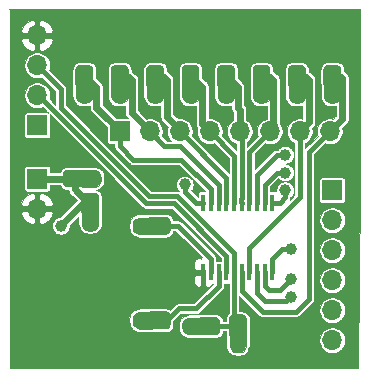
<source format=gbr>
G04 #@! TF.GenerationSoftware,KiCad,Pcbnew,(5.1.5)-3*
G04 #@! TF.CreationDate,2020-05-29T10:17:19-05:00*
G04 #@! TF.ProjectId,MSP430G2553,4d535034-3330-4473-9235-35332e6b6963,rev?*
G04 #@! TF.SameCoordinates,PX4db9760PY5f9b190*
G04 #@! TF.FileFunction,Copper,L2,Bot*
G04 #@! TF.FilePolarity,Positive*
%FSLAX46Y46*%
G04 Gerber Fmt 4.6, Leading zero omitted, Abs format (unit mm)*
G04 Created by KiCad (PCBNEW (5.1.5)-3) date 2020-05-29 10:17:19*
%MOMM*%
%LPD*%
G04 APERTURE LIST*
%ADD10C,0.100000*%
%ADD11R,1.700000X1.700000*%
%ADD12O,1.700000X1.700000*%
%ADD13R,0.450000X1.450000*%
%ADD14C,1.000000*%
%ADD15C,0.400000*%
%ADD16C,0.600000*%
G04 APERTURE END LIST*
D10*
G36*
X20100000Y1800000D02*
G01*
X19900000Y1600000D01*
X19500000Y1550000D01*
X19100000Y1600000D01*
X18900000Y1800000D01*
X18800000Y2100000D01*
X18800000Y3150000D01*
X20200000Y3150000D01*
X20200000Y2100000D01*
X20100000Y1800000D01*
G37*
X20100000Y1800000D02*
X19900000Y1600000D01*
X19500000Y1550000D01*
X19100000Y1600000D01*
X18900000Y1800000D01*
X18800000Y2100000D01*
X18800000Y3150000D01*
X20200000Y3150000D01*
X20200000Y2100000D01*
X20100000Y1800000D01*
G36*
X5900000Y22900000D02*
G01*
X6100000Y22700000D01*
X6500000Y22650000D01*
X6900000Y22700000D01*
X7100000Y22900000D01*
X7200000Y23200000D01*
X7200000Y24250000D01*
X5800000Y24250000D01*
X5800000Y23200000D01*
X5900000Y22900000D01*
G37*
X5900000Y22900000D02*
X6100000Y22700000D01*
X6500000Y22650000D01*
X6900000Y22700000D01*
X7100000Y22900000D01*
X7200000Y23200000D01*
X7200000Y24250000D01*
X5800000Y24250000D01*
X5800000Y23200000D01*
X5900000Y22900000D01*
G36*
X8900000Y22900000D02*
G01*
X9100000Y22700000D01*
X9500000Y22650000D01*
X9900000Y22700000D01*
X10100000Y22900000D01*
X10200000Y23200000D01*
X10200000Y24250000D01*
X8800000Y24250000D01*
X8800000Y23200000D01*
X8900000Y22900000D01*
G37*
X8900000Y22900000D02*
X9100000Y22700000D01*
X9500000Y22650000D01*
X9900000Y22700000D01*
X10100000Y22900000D01*
X10200000Y23200000D01*
X10200000Y24250000D01*
X8800000Y24250000D01*
X8800000Y23200000D01*
X8900000Y22900000D01*
G36*
X11900000Y22900000D02*
G01*
X12100000Y22700000D01*
X12500000Y22650000D01*
X12900000Y22700000D01*
X13100000Y22900000D01*
X13200000Y23200000D01*
X13200000Y24250000D01*
X11800000Y24250000D01*
X11800000Y23200000D01*
X11900000Y22900000D01*
G37*
X11900000Y22900000D02*
X12100000Y22700000D01*
X12500000Y22650000D01*
X12900000Y22700000D01*
X13100000Y22900000D01*
X13200000Y23200000D01*
X13200000Y24250000D01*
X11800000Y24250000D01*
X11800000Y23200000D01*
X11900000Y22900000D01*
G36*
X14900000Y22900000D02*
G01*
X15100000Y22700000D01*
X15500000Y22650000D01*
X15900000Y22700000D01*
X16100000Y22900000D01*
X16200000Y23200000D01*
X16200000Y24250000D01*
X14800000Y24250000D01*
X14800000Y23200000D01*
X14900000Y22900000D01*
G37*
X14900000Y22900000D02*
X15100000Y22700000D01*
X15500000Y22650000D01*
X15900000Y22700000D01*
X16100000Y22900000D01*
X16200000Y23200000D01*
X16200000Y24250000D01*
X14800000Y24250000D01*
X14800000Y23200000D01*
X14900000Y22900000D01*
G36*
X17900000Y22900000D02*
G01*
X18100000Y22700000D01*
X18500000Y22650000D01*
X18900000Y22700000D01*
X19100000Y22900000D01*
X19200000Y23200000D01*
X19200000Y24250000D01*
X17800000Y24250000D01*
X17800000Y23200000D01*
X17900000Y22900000D01*
G37*
X17900000Y22900000D02*
X18100000Y22700000D01*
X18500000Y22650000D01*
X18900000Y22700000D01*
X19100000Y22900000D01*
X19200000Y23200000D01*
X19200000Y24250000D01*
X17800000Y24250000D01*
X17800000Y23200000D01*
X17900000Y22900000D01*
G36*
X20900000Y22900000D02*
G01*
X21100000Y22700000D01*
X21500000Y22650000D01*
X21900000Y22700000D01*
X22100000Y22900000D01*
X22200000Y23200000D01*
X22200000Y24250000D01*
X20800000Y24250000D01*
X20800000Y23200000D01*
X20900000Y22900000D01*
G37*
X20900000Y22900000D02*
X21100000Y22700000D01*
X21500000Y22650000D01*
X21900000Y22700000D01*
X22100000Y22900000D01*
X22200000Y23200000D01*
X22200000Y24250000D01*
X20800000Y24250000D01*
X20800000Y23200000D01*
X20900000Y22900000D01*
G36*
X23900000Y22900000D02*
G01*
X24100000Y22700000D01*
X24500000Y22650000D01*
X24900000Y22700000D01*
X25100000Y22900000D01*
X25200000Y23200000D01*
X25200000Y24250000D01*
X23800000Y24250000D01*
X23800000Y23200000D01*
X23900000Y22900000D01*
G37*
X23900000Y22900000D02*
X24100000Y22700000D01*
X24500000Y22650000D01*
X24900000Y22700000D01*
X25100000Y22900000D01*
X25200000Y23200000D01*
X25200000Y24250000D01*
X23800000Y24250000D01*
X23800000Y23200000D01*
X23900000Y22900000D01*
G36*
X26900000Y22900000D02*
G01*
X27100000Y22700000D01*
X27500000Y22650000D01*
X27900000Y22700000D01*
X28100000Y22900000D01*
X28200000Y23200000D01*
X28200000Y24250000D01*
X26800000Y24250000D01*
X26800000Y23200000D01*
X26900000Y22900000D01*
G37*
X26900000Y22900000D02*
X27100000Y22700000D01*
X27500000Y22650000D01*
X27900000Y22700000D01*
X28100000Y22900000D01*
X28200000Y23200000D01*
X28200000Y24250000D01*
X26800000Y24250000D01*
X26800000Y23200000D01*
X26900000Y22900000D01*
G36*
X10850000Y11650000D02*
G01*
X10650000Y11850000D01*
X10600000Y12250000D01*
X10650000Y12650000D01*
X10850000Y12850000D01*
X11150000Y12950000D01*
X12200000Y12950000D01*
X12200000Y11550000D01*
X11150000Y11550000D01*
X10850000Y11650000D01*
G37*
X10850000Y11650000D02*
X10650000Y11850000D01*
X10600000Y12250000D01*
X10650000Y12650000D01*
X10850000Y12850000D01*
X11150000Y12950000D01*
X12200000Y12950000D01*
X12200000Y11550000D01*
X11150000Y11550000D01*
X10850000Y11650000D01*
G36*
X6400000Y12100000D02*
G01*
X6600000Y11900000D01*
X7000000Y11850000D01*
X7400000Y11900000D01*
X7600000Y12100000D01*
X7700000Y12400000D01*
X7700000Y13450000D01*
X6300000Y13450000D01*
X6300000Y12400000D01*
X6400000Y12100000D01*
G37*
X6400000Y12100000D02*
X6600000Y11900000D01*
X7000000Y11850000D01*
X7400000Y11900000D01*
X7600000Y12100000D01*
X7700000Y12400000D01*
X7700000Y13450000D01*
X6300000Y13450000D01*
X6300000Y12400000D01*
X6400000Y12100000D01*
G36*
X7650000Y15650000D02*
G01*
X7850000Y15850000D01*
X7900000Y16250000D01*
X7850000Y16650000D01*
X7650000Y16850000D01*
X7350000Y16950000D01*
X6300000Y16950000D01*
X6300000Y15550000D01*
X7350000Y15550000D01*
X7650000Y15650000D01*
G37*
X7650000Y15650000D02*
X7850000Y15850000D01*
X7900000Y16250000D01*
X7850000Y16650000D01*
X7650000Y16850000D01*
X7350000Y16950000D01*
X6300000Y16950000D01*
X6300000Y15550000D01*
X7350000Y15550000D01*
X7650000Y15650000D01*
G36*
X15050000Y4350000D02*
G01*
X14850000Y4150000D01*
X14800000Y3750000D01*
X14850000Y3350000D01*
X15050000Y3150000D01*
X15350000Y3050000D01*
X16400000Y3050000D01*
X16400000Y4450000D01*
X15350000Y4450000D01*
X15050000Y4350000D01*
G37*
X15050000Y4350000D02*
X14850000Y4150000D01*
X14800000Y3750000D01*
X14850000Y3350000D01*
X15050000Y3150000D01*
X15350000Y3050000D01*
X16400000Y3050000D01*
X16400000Y4450000D01*
X15350000Y4450000D01*
X15050000Y4350000D01*
G36*
X10850000Y4850000D02*
G01*
X10650000Y4650000D01*
X10600000Y4250000D01*
X10650000Y3850000D01*
X10850000Y3650000D01*
X11150000Y3550000D01*
X12200000Y3550000D01*
X12200000Y4950000D01*
X11150000Y4950000D01*
X10850000Y4850000D01*
G37*
X10850000Y4850000D02*
X10650000Y4650000D01*
X10600000Y4250000D01*
X10650000Y3850000D01*
X10850000Y3650000D01*
X11150000Y3550000D01*
X12200000Y3550000D01*
X12200000Y4950000D01*
X11150000Y4950000D01*
X10850000Y4850000D01*
G04 #@! TA.AperFunction,SMDPad,CuDef*
G36*
X19911756Y4748194D02*
G01*
X19948159Y4742794D01*
X19983857Y4733853D01*
X20018506Y4721455D01*
X20051774Y4705720D01*
X20083339Y4686801D01*
X20112897Y4664879D01*
X20140165Y4640165D01*
X20164879Y4612897D01*
X20186801Y4583339D01*
X20205720Y4551774D01*
X20221455Y4518506D01*
X20233853Y4483857D01*
X20242794Y4448159D01*
X20248194Y4411756D01*
X20250000Y4375000D01*
X20250000Y3125000D01*
X20248194Y3088244D01*
X20242794Y3051841D01*
X20233853Y3016143D01*
X20221455Y2981494D01*
X20205720Y2948226D01*
X20186801Y2916661D01*
X20164879Y2887103D01*
X20140165Y2859835D01*
X20112897Y2835121D01*
X20083339Y2813199D01*
X20051774Y2794280D01*
X20018506Y2778545D01*
X19983857Y2766147D01*
X19948159Y2757206D01*
X19911756Y2751806D01*
X19875000Y2750000D01*
X19125000Y2750000D01*
X19088244Y2751806D01*
X19051841Y2757206D01*
X19016143Y2766147D01*
X18981494Y2778545D01*
X18948226Y2794280D01*
X18916661Y2813199D01*
X18887103Y2835121D01*
X18859835Y2859835D01*
X18835121Y2887103D01*
X18813199Y2916661D01*
X18794280Y2948226D01*
X18778545Y2981494D01*
X18766147Y3016143D01*
X18757206Y3051841D01*
X18751806Y3088244D01*
X18750000Y3125000D01*
X18750000Y4375000D01*
X18751806Y4411756D01*
X18757206Y4448159D01*
X18766147Y4483857D01*
X18778545Y4518506D01*
X18794280Y4551774D01*
X18813199Y4583339D01*
X18835121Y4612897D01*
X18859835Y4640165D01*
X18887103Y4664879D01*
X18916661Y4686801D01*
X18948226Y4705720D01*
X18981494Y4721455D01*
X19016143Y4733853D01*
X19051841Y4742794D01*
X19088244Y4748194D01*
X19125000Y4750000D01*
X19875000Y4750000D01*
X19911756Y4748194D01*
G37*
G04 #@! TD.AperFunction*
G04 #@! TA.AperFunction,SMDPad,CuDef*
G36*
X6911756Y25848194D02*
G01*
X6948159Y25842794D01*
X6983857Y25833853D01*
X7018506Y25821455D01*
X7051774Y25805720D01*
X7083339Y25786801D01*
X7112897Y25764879D01*
X7140165Y25740165D01*
X7164879Y25712897D01*
X7186801Y25683339D01*
X7205720Y25651774D01*
X7221455Y25618506D01*
X7233853Y25583857D01*
X7242794Y25548159D01*
X7248194Y25511756D01*
X7250000Y25475000D01*
X7250000Y24225000D01*
X7248194Y24188244D01*
X7242794Y24151841D01*
X7233853Y24116143D01*
X7221455Y24081494D01*
X7205720Y24048226D01*
X7186801Y24016661D01*
X7164879Y23987103D01*
X7140165Y23959835D01*
X7112897Y23935121D01*
X7083339Y23913199D01*
X7051774Y23894280D01*
X7018506Y23878545D01*
X6983857Y23866147D01*
X6948159Y23857206D01*
X6911756Y23851806D01*
X6875000Y23850000D01*
X6125000Y23850000D01*
X6088244Y23851806D01*
X6051841Y23857206D01*
X6016143Y23866147D01*
X5981494Y23878545D01*
X5948226Y23894280D01*
X5916661Y23913199D01*
X5887103Y23935121D01*
X5859835Y23959835D01*
X5835121Y23987103D01*
X5813199Y24016661D01*
X5794280Y24048226D01*
X5778545Y24081494D01*
X5766147Y24116143D01*
X5757206Y24151841D01*
X5751806Y24188244D01*
X5750000Y24225000D01*
X5750000Y25475000D01*
X5751806Y25511756D01*
X5757206Y25548159D01*
X5766147Y25583857D01*
X5778545Y25618506D01*
X5794280Y25651774D01*
X5813199Y25683339D01*
X5835121Y25712897D01*
X5859835Y25740165D01*
X5887103Y25764879D01*
X5916661Y25786801D01*
X5948226Y25805720D01*
X5981494Y25821455D01*
X6016143Y25833853D01*
X6051841Y25842794D01*
X6088244Y25848194D01*
X6125000Y25850000D01*
X6875000Y25850000D01*
X6911756Y25848194D01*
G37*
G04 #@! TD.AperFunction*
G04 #@! TA.AperFunction,SMDPad,CuDef*
G36*
X9911756Y25848194D02*
G01*
X9948159Y25842794D01*
X9983857Y25833853D01*
X10018506Y25821455D01*
X10051774Y25805720D01*
X10083339Y25786801D01*
X10112897Y25764879D01*
X10140165Y25740165D01*
X10164879Y25712897D01*
X10186801Y25683339D01*
X10205720Y25651774D01*
X10221455Y25618506D01*
X10233853Y25583857D01*
X10242794Y25548159D01*
X10248194Y25511756D01*
X10250000Y25475000D01*
X10250000Y24225000D01*
X10248194Y24188244D01*
X10242794Y24151841D01*
X10233853Y24116143D01*
X10221455Y24081494D01*
X10205720Y24048226D01*
X10186801Y24016661D01*
X10164879Y23987103D01*
X10140165Y23959835D01*
X10112897Y23935121D01*
X10083339Y23913199D01*
X10051774Y23894280D01*
X10018506Y23878545D01*
X9983857Y23866147D01*
X9948159Y23857206D01*
X9911756Y23851806D01*
X9875000Y23850000D01*
X9125000Y23850000D01*
X9088244Y23851806D01*
X9051841Y23857206D01*
X9016143Y23866147D01*
X8981494Y23878545D01*
X8948226Y23894280D01*
X8916661Y23913199D01*
X8887103Y23935121D01*
X8859835Y23959835D01*
X8835121Y23987103D01*
X8813199Y24016661D01*
X8794280Y24048226D01*
X8778545Y24081494D01*
X8766147Y24116143D01*
X8757206Y24151841D01*
X8751806Y24188244D01*
X8750000Y24225000D01*
X8750000Y25475000D01*
X8751806Y25511756D01*
X8757206Y25548159D01*
X8766147Y25583857D01*
X8778545Y25618506D01*
X8794280Y25651774D01*
X8813199Y25683339D01*
X8835121Y25712897D01*
X8859835Y25740165D01*
X8887103Y25764879D01*
X8916661Y25786801D01*
X8948226Y25805720D01*
X8981494Y25821455D01*
X9016143Y25833853D01*
X9051841Y25842794D01*
X9088244Y25848194D01*
X9125000Y25850000D01*
X9875000Y25850000D01*
X9911756Y25848194D01*
G37*
G04 #@! TD.AperFunction*
G04 #@! TA.AperFunction,SMDPad,CuDef*
G36*
X12911756Y25848194D02*
G01*
X12948159Y25842794D01*
X12983857Y25833853D01*
X13018506Y25821455D01*
X13051774Y25805720D01*
X13083339Y25786801D01*
X13112897Y25764879D01*
X13140165Y25740165D01*
X13164879Y25712897D01*
X13186801Y25683339D01*
X13205720Y25651774D01*
X13221455Y25618506D01*
X13233853Y25583857D01*
X13242794Y25548159D01*
X13248194Y25511756D01*
X13250000Y25475000D01*
X13250000Y24225000D01*
X13248194Y24188244D01*
X13242794Y24151841D01*
X13233853Y24116143D01*
X13221455Y24081494D01*
X13205720Y24048226D01*
X13186801Y24016661D01*
X13164879Y23987103D01*
X13140165Y23959835D01*
X13112897Y23935121D01*
X13083339Y23913199D01*
X13051774Y23894280D01*
X13018506Y23878545D01*
X12983857Y23866147D01*
X12948159Y23857206D01*
X12911756Y23851806D01*
X12875000Y23850000D01*
X12125000Y23850000D01*
X12088244Y23851806D01*
X12051841Y23857206D01*
X12016143Y23866147D01*
X11981494Y23878545D01*
X11948226Y23894280D01*
X11916661Y23913199D01*
X11887103Y23935121D01*
X11859835Y23959835D01*
X11835121Y23987103D01*
X11813199Y24016661D01*
X11794280Y24048226D01*
X11778545Y24081494D01*
X11766147Y24116143D01*
X11757206Y24151841D01*
X11751806Y24188244D01*
X11750000Y24225000D01*
X11750000Y25475000D01*
X11751806Y25511756D01*
X11757206Y25548159D01*
X11766147Y25583857D01*
X11778545Y25618506D01*
X11794280Y25651774D01*
X11813199Y25683339D01*
X11835121Y25712897D01*
X11859835Y25740165D01*
X11887103Y25764879D01*
X11916661Y25786801D01*
X11948226Y25805720D01*
X11981494Y25821455D01*
X12016143Y25833853D01*
X12051841Y25842794D01*
X12088244Y25848194D01*
X12125000Y25850000D01*
X12875000Y25850000D01*
X12911756Y25848194D01*
G37*
G04 #@! TD.AperFunction*
G04 #@! TA.AperFunction,SMDPad,CuDef*
G36*
X15911756Y25848194D02*
G01*
X15948159Y25842794D01*
X15983857Y25833853D01*
X16018506Y25821455D01*
X16051774Y25805720D01*
X16083339Y25786801D01*
X16112897Y25764879D01*
X16140165Y25740165D01*
X16164879Y25712897D01*
X16186801Y25683339D01*
X16205720Y25651774D01*
X16221455Y25618506D01*
X16233853Y25583857D01*
X16242794Y25548159D01*
X16248194Y25511756D01*
X16250000Y25475000D01*
X16250000Y24225000D01*
X16248194Y24188244D01*
X16242794Y24151841D01*
X16233853Y24116143D01*
X16221455Y24081494D01*
X16205720Y24048226D01*
X16186801Y24016661D01*
X16164879Y23987103D01*
X16140165Y23959835D01*
X16112897Y23935121D01*
X16083339Y23913199D01*
X16051774Y23894280D01*
X16018506Y23878545D01*
X15983857Y23866147D01*
X15948159Y23857206D01*
X15911756Y23851806D01*
X15875000Y23850000D01*
X15125000Y23850000D01*
X15088244Y23851806D01*
X15051841Y23857206D01*
X15016143Y23866147D01*
X14981494Y23878545D01*
X14948226Y23894280D01*
X14916661Y23913199D01*
X14887103Y23935121D01*
X14859835Y23959835D01*
X14835121Y23987103D01*
X14813199Y24016661D01*
X14794280Y24048226D01*
X14778545Y24081494D01*
X14766147Y24116143D01*
X14757206Y24151841D01*
X14751806Y24188244D01*
X14750000Y24225000D01*
X14750000Y25475000D01*
X14751806Y25511756D01*
X14757206Y25548159D01*
X14766147Y25583857D01*
X14778545Y25618506D01*
X14794280Y25651774D01*
X14813199Y25683339D01*
X14835121Y25712897D01*
X14859835Y25740165D01*
X14887103Y25764879D01*
X14916661Y25786801D01*
X14948226Y25805720D01*
X14981494Y25821455D01*
X15016143Y25833853D01*
X15051841Y25842794D01*
X15088244Y25848194D01*
X15125000Y25850000D01*
X15875000Y25850000D01*
X15911756Y25848194D01*
G37*
G04 #@! TD.AperFunction*
G04 #@! TA.AperFunction,SMDPad,CuDef*
G36*
X18911756Y25848194D02*
G01*
X18948159Y25842794D01*
X18983857Y25833853D01*
X19018506Y25821455D01*
X19051774Y25805720D01*
X19083339Y25786801D01*
X19112897Y25764879D01*
X19140165Y25740165D01*
X19164879Y25712897D01*
X19186801Y25683339D01*
X19205720Y25651774D01*
X19221455Y25618506D01*
X19233853Y25583857D01*
X19242794Y25548159D01*
X19248194Y25511756D01*
X19250000Y25475000D01*
X19250000Y24225000D01*
X19248194Y24188244D01*
X19242794Y24151841D01*
X19233853Y24116143D01*
X19221455Y24081494D01*
X19205720Y24048226D01*
X19186801Y24016661D01*
X19164879Y23987103D01*
X19140165Y23959835D01*
X19112897Y23935121D01*
X19083339Y23913199D01*
X19051774Y23894280D01*
X19018506Y23878545D01*
X18983857Y23866147D01*
X18948159Y23857206D01*
X18911756Y23851806D01*
X18875000Y23850000D01*
X18125000Y23850000D01*
X18088244Y23851806D01*
X18051841Y23857206D01*
X18016143Y23866147D01*
X17981494Y23878545D01*
X17948226Y23894280D01*
X17916661Y23913199D01*
X17887103Y23935121D01*
X17859835Y23959835D01*
X17835121Y23987103D01*
X17813199Y24016661D01*
X17794280Y24048226D01*
X17778545Y24081494D01*
X17766147Y24116143D01*
X17757206Y24151841D01*
X17751806Y24188244D01*
X17750000Y24225000D01*
X17750000Y25475000D01*
X17751806Y25511756D01*
X17757206Y25548159D01*
X17766147Y25583857D01*
X17778545Y25618506D01*
X17794280Y25651774D01*
X17813199Y25683339D01*
X17835121Y25712897D01*
X17859835Y25740165D01*
X17887103Y25764879D01*
X17916661Y25786801D01*
X17948226Y25805720D01*
X17981494Y25821455D01*
X18016143Y25833853D01*
X18051841Y25842794D01*
X18088244Y25848194D01*
X18125000Y25850000D01*
X18875000Y25850000D01*
X18911756Y25848194D01*
G37*
G04 #@! TD.AperFunction*
G04 #@! TA.AperFunction,SMDPad,CuDef*
G36*
X21911756Y25848194D02*
G01*
X21948159Y25842794D01*
X21983857Y25833853D01*
X22018506Y25821455D01*
X22051774Y25805720D01*
X22083339Y25786801D01*
X22112897Y25764879D01*
X22140165Y25740165D01*
X22164879Y25712897D01*
X22186801Y25683339D01*
X22205720Y25651774D01*
X22221455Y25618506D01*
X22233853Y25583857D01*
X22242794Y25548159D01*
X22248194Y25511756D01*
X22250000Y25475000D01*
X22250000Y24225000D01*
X22248194Y24188244D01*
X22242794Y24151841D01*
X22233853Y24116143D01*
X22221455Y24081494D01*
X22205720Y24048226D01*
X22186801Y24016661D01*
X22164879Y23987103D01*
X22140165Y23959835D01*
X22112897Y23935121D01*
X22083339Y23913199D01*
X22051774Y23894280D01*
X22018506Y23878545D01*
X21983857Y23866147D01*
X21948159Y23857206D01*
X21911756Y23851806D01*
X21875000Y23850000D01*
X21125000Y23850000D01*
X21088244Y23851806D01*
X21051841Y23857206D01*
X21016143Y23866147D01*
X20981494Y23878545D01*
X20948226Y23894280D01*
X20916661Y23913199D01*
X20887103Y23935121D01*
X20859835Y23959835D01*
X20835121Y23987103D01*
X20813199Y24016661D01*
X20794280Y24048226D01*
X20778545Y24081494D01*
X20766147Y24116143D01*
X20757206Y24151841D01*
X20751806Y24188244D01*
X20750000Y24225000D01*
X20750000Y25475000D01*
X20751806Y25511756D01*
X20757206Y25548159D01*
X20766147Y25583857D01*
X20778545Y25618506D01*
X20794280Y25651774D01*
X20813199Y25683339D01*
X20835121Y25712897D01*
X20859835Y25740165D01*
X20887103Y25764879D01*
X20916661Y25786801D01*
X20948226Y25805720D01*
X20981494Y25821455D01*
X21016143Y25833853D01*
X21051841Y25842794D01*
X21088244Y25848194D01*
X21125000Y25850000D01*
X21875000Y25850000D01*
X21911756Y25848194D01*
G37*
G04 #@! TD.AperFunction*
G04 #@! TA.AperFunction,SMDPad,CuDef*
G36*
X24911756Y25848194D02*
G01*
X24948159Y25842794D01*
X24983857Y25833853D01*
X25018506Y25821455D01*
X25051774Y25805720D01*
X25083339Y25786801D01*
X25112897Y25764879D01*
X25140165Y25740165D01*
X25164879Y25712897D01*
X25186801Y25683339D01*
X25205720Y25651774D01*
X25221455Y25618506D01*
X25233853Y25583857D01*
X25242794Y25548159D01*
X25248194Y25511756D01*
X25250000Y25475000D01*
X25250000Y24225000D01*
X25248194Y24188244D01*
X25242794Y24151841D01*
X25233853Y24116143D01*
X25221455Y24081494D01*
X25205720Y24048226D01*
X25186801Y24016661D01*
X25164879Y23987103D01*
X25140165Y23959835D01*
X25112897Y23935121D01*
X25083339Y23913199D01*
X25051774Y23894280D01*
X25018506Y23878545D01*
X24983857Y23866147D01*
X24948159Y23857206D01*
X24911756Y23851806D01*
X24875000Y23850000D01*
X24125000Y23850000D01*
X24088244Y23851806D01*
X24051841Y23857206D01*
X24016143Y23866147D01*
X23981494Y23878545D01*
X23948226Y23894280D01*
X23916661Y23913199D01*
X23887103Y23935121D01*
X23859835Y23959835D01*
X23835121Y23987103D01*
X23813199Y24016661D01*
X23794280Y24048226D01*
X23778545Y24081494D01*
X23766147Y24116143D01*
X23757206Y24151841D01*
X23751806Y24188244D01*
X23750000Y24225000D01*
X23750000Y25475000D01*
X23751806Y25511756D01*
X23757206Y25548159D01*
X23766147Y25583857D01*
X23778545Y25618506D01*
X23794280Y25651774D01*
X23813199Y25683339D01*
X23835121Y25712897D01*
X23859835Y25740165D01*
X23887103Y25764879D01*
X23916661Y25786801D01*
X23948226Y25805720D01*
X23981494Y25821455D01*
X24016143Y25833853D01*
X24051841Y25842794D01*
X24088244Y25848194D01*
X24125000Y25850000D01*
X24875000Y25850000D01*
X24911756Y25848194D01*
G37*
G04 #@! TD.AperFunction*
G04 #@! TA.AperFunction,SMDPad,CuDef*
G36*
X27911756Y25848194D02*
G01*
X27948159Y25842794D01*
X27983857Y25833853D01*
X28018506Y25821455D01*
X28051774Y25805720D01*
X28083339Y25786801D01*
X28112897Y25764879D01*
X28140165Y25740165D01*
X28164879Y25712897D01*
X28186801Y25683339D01*
X28205720Y25651774D01*
X28221455Y25618506D01*
X28233853Y25583857D01*
X28242794Y25548159D01*
X28248194Y25511756D01*
X28250000Y25475000D01*
X28250000Y24225000D01*
X28248194Y24188244D01*
X28242794Y24151841D01*
X28233853Y24116143D01*
X28221455Y24081494D01*
X28205720Y24048226D01*
X28186801Y24016661D01*
X28164879Y23987103D01*
X28140165Y23959835D01*
X28112897Y23935121D01*
X28083339Y23913199D01*
X28051774Y23894280D01*
X28018506Y23878545D01*
X27983857Y23866147D01*
X27948159Y23857206D01*
X27911756Y23851806D01*
X27875000Y23850000D01*
X27125000Y23850000D01*
X27088244Y23851806D01*
X27051841Y23857206D01*
X27016143Y23866147D01*
X26981494Y23878545D01*
X26948226Y23894280D01*
X26916661Y23913199D01*
X26887103Y23935121D01*
X26859835Y23959835D01*
X26835121Y23987103D01*
X26813199Y24016661D01*
X26794280Y24048226D01*
X26778545Y24081494D01*
X26766147Y24116143D01*
X26757206Y24151841D01*
X26751806Y24188244D01*
X26750000Y24225000D01*
X26750000Y25475000D01*
X26751806Y25511756D01*
X26757206Y25548159D01*
X26766147Y25583857D01*
X26778545Y25618506D01*
X26794280Y25651774D01*
X26813199Y25683339D01*
X26835121Y25712897D01*
X26859835Y25740165D01*
X26887103Y25764879D01*
X26916661Y25786801D01*
X26948226Y25805720D01*
X26981494Y25821455D01*
X27016143Y25833853D01*
X27051841Y25842794D01*
X27088244Y25848194D01*
X27125000Y25850000D01*
X27875000Y25850000D01*
X27911756Y25848194D01*
G37*
G04 #@! TD.AperFunction*
G04 #@! TA.AperFunction,SMDPad,CuDef*
G36*
X13461756Y12998194D02*
G01*
X13498159Y12992794D01*
X13533857Y12983853D01*
X13568506Y12971455D01*
X13601774Y12955720D01*
X13633339Y12936801D01*
X13662897Y12914879D01*
X13690165Y12890165D01*
X13714879Y12862897D01*
X13736801Y12833339D01*
X13755720Y12801774D01*
X13771455Y12768506D01*
X13783853Y12733857D01*
X13792794Y12698159D01*
X13798194Y12661756D01*
X13800000Y12625000D01*
X13800000Y11875000D01*
X13798194Y11838244D01*
X13792794Y11801841D01*
X13783853Y11766143D01*
X13771455Y11731494D01*
X13755720Y11698226D01*
X13736801Y11666661D01*
X13714879Y11637103D01*
X13690165Y11609835D01*
X13662897Y11585121D01*
X13633339Y11563199D01*
X13601774Y11544280D01*
X13568506Y11528545D01*
X13533857Y11516147D01*
X13498159Y11507206D01*
X13461756Y11501806D01*
X13425000Y11500000D01*
X12175000Y11500000D01*
X12138244Y11501806D01*
X12101841Y11507206D01*
X12066143Y11516147D01*
X12031494Y11528545D01*
X11998226Y11544280D01*
X11966661Y11563199D01*
X11937103Y11585121D01*
X11909835Y11609835D01*
X11885121Y11637103D01*
X11863199Y11666661D01*
X11844280Y11698226D01*
X11828545Y11731494D01*
X11816147Y11766143D01*
X11807206Y11801841D01*
X11801806Y11838244D01*
X11800000Y11875000D01*
X11800000Y12625000D01*
X11801806Y12661756D01*
X11807206Y12698159D01*
X11816147Y12733857D01*
X11828545Y12768506D01*
X11844280Y12801774D01*
X11863199Y12833339D01*
X11885121Y12862897D01*
X11909835Y12890165D01*
X11937103Y12914879D01*
X11966661Y12936801D01*
X11998226Y12955720D01*
X12031494Y12971455D01*
X12066143Y12983853D01*
X12101841Y12992794D01*
X12138244Y12998194D01*
X12175000Y13000000D01*
X13425000Y13000000D01*
X13461756Y12998194D01*
G37*
G04 #@! TD.AperFunction*
G04 #@! TA.AperFunction,SMDPad,CuDef*
G36*
X7411756Y15048194D02*
G01*
X7448159Y15042794D01*
X7483857Y15033853D01*
X7518506Y15021455D01*
X7551774Y15005720D01*
X7583339Y14986801D01*
X7612897Y14964879D01*
X7640165Y14940165D01*
X7664879Y14912897D01*
X7686801Y14883339D01*
X7705720Y14851774D01*
X7721455Y14818506D01*
X7733853Y14783857D01*
X7742794Y14748159D01*
X7748194Y14711756D01*
X7750000Y14675000D01*
X7750000Y13425000D01*
X7748194Y13388244D01*
X7742794Y13351841D01*
X7733853Y13316143D01*
X7721455Y13281494D01*
X7705720Y13248226D01*
X7686801Y13216661D01*
X7664879Y13187103D01*
X7640165Y13159835D01*
X7612897Y13135121D01*
X7583339Y13113199D01*
X7551774Y13094280D01*
X7518506Y13078545D01*
X7483857Y13066147D01*
X7448159Y13057206D01*
X7411756Y13051806D01*
X7375000Y13050000D01*
X6625000Y13050000D01*
X6588244Y13051806D01*
X6551841Y13057206D01*
X6516143Y13066147D01*
X6481494Y13078545D01*
X6448226Y13094280D01*
X6416661Y13113199D01*
X6387103Y13135121D01*
X6359835Y13159835D01*
X6335121Y13187103D01*
X6313199Y13216661D01*
X6294280Y13248226D01*
X6278545Y13281494D01*
X6266147Y13316143D01*
X6257206Y13351841D01*
X6251806Y13388244D01*
X6250000Y13425000D01*
X6250000Y14675000D01*
X6251806Y14711756D01*
X6257206Y14748159D01*
X6266147Y14783857D01*
X6278545Y14818506D01*
X6294280Y14851774D01*
X6313199Y14883339D01*
X6335121Y14912897D01*
X6359835Y14940165D01*
X6387103Y14964879D01*
X6416661Y14986801D01*
X6448226Y15005720D01*
X6481494Y15021455D01*
X6516143Y15033853D01*
X6551841Y15042794D01*
X6588244Y15048194D01*
X6625000Y15050000D01*
X7375000Y15050000D01*
X7411756Y15048194D01*
G37*
G04 #@! TD.AperFunction*
G04 #@! TA.AperFunction,SMDPad,CuDef*
G36*
X6361756Y16998194D02*
G01*
X6398159Y16992794D01*
X6433857Y16983853D01*
X6468506Y16971455D01*
X6501774Y16955720D01*
X6533339Y16936801D01*
X6562897Y16914879D01*
X6590165Y16890165D01*
X6614879Y16862897D01*
X6636801Y16833339D01*
X6655720Y16801774D01*
X6671455Y16768506D01*
X6683853Y16733857D01*
X6692794Y16698159D01*
X6698194Y16661756D01*
X6700000Y16625000D01*
X6700000Y15875000D01*
X6698194Y15838244D01*
X6692794Y15801841D01*
X6683853Y15766143D01*
X6671455Y15731494D01*
X6655720Y15698226D01*
X6636801Y15666661D01*
X6614879Y15637103D01*
X6590165Y15609835D01*
X6562897Y15585121D01*
X6533339Y15563199D01*
X6501774Y15544280D01*
X6468506Y15528545D01*
X6433857Y15516147D01*
X6398159Y15507206D01*
X6361756Y15501806D01*
X6325000Y15500000D01*
X5075000Y15500000D01*
X5038244Y15501806D01*
X5001841Y15507206D01*
X4966143Y15516147D01*
X4931494Y15528545D01*
X4898226Y15544280D01*
X4866661Y15563199D01*
X4837103Y15585121D01*
X4809835Y15609835D01*
X4785121Y15637103D01*
X4763199Y15666661D01*
X4744280Y15698226D01*
X4728545Y15731494D01*
X4716147Y15766143D01*
X4707206Y15801841D01*
X4701806Y15838244D01*
X4700000Y15875000D01*
X4700000Y16625000D01*
X4701806Y16661756D01*
X4707206Y16698159D01*
X4716147Y16733857D01*
X4728545Y16768506D01*
X4744280Y16801774D01*
X4763199Y16833339D01*
X4785121Y16862897D01*
X4809835Y16890165D01*
X4837103Y16914879D01*
X4866661Y16936801D01*
X4898226Y16955720D01*
X4931494Y16971455D01*
X4966143Y16983853D01*
X5001841Y16992794D01*
X5038244Y16998194D01*
X5075000Y17000000D01*
X6325000Y17000000D01*
X6361756Y16998194D01*
G37*
G04 #@! TD.AperFunction*
G04 #@! TA.AperFunction,SMDPad,CuDef*
G36*
X17661756Y4498194D02*
G01*
X17698159Y4492794D01*
X17733857Y4483853D01*
X17768506Y4471455D01*
X17801774Y4455720D01*
X17833339Y4436801D01*
X17862897Y4414879D01*
X17890165Y4390165D01*
X17914879Y4362897D01*
X17936801Y4333339D01*
X17955720Y4301774D01*
X17971455Y4268506D01*
X17983853Y4233857D01*
X17992794Y4198159D01*
X17998194Y4161756D01*
X18000000Y4125000D01*
X18000000Y3375000D01*
X17998194Y3338244D01*
X17992794Y3301841D01*
X17983853Y3266143D01*
X17971455Y3231494D01*
X17955720Y3198226D01*
X17936801Y3166661D01*
X17914879Y3137103D01*
X17890165Y3109835D01*
X17862897Y3085121D01*
X17833339Y3063199D01*
X17801774Y3044280D01*
X17768506Y3028545D01*
X17733857Y3016147D01*
X17698159Y3007206D01*
X17661756Y3001806D01*
X17625000Y3000000D01*
X16375000Y3000000D01*
X16338244Y3001806D01*
X16301841Y3007206D01*
X16266143Y3016147D01*
X16231494Y3028545D01*
X16198226Y3044280D01*
X16166661Y3063199D01*
X16137103Y3085121D01*
X16109835Y3109835D01*
X16085121Y3137103D01*
X16063199Y3166661D01*
X16044280Y3198226D01*
X16028545Y3231494D01*
X16016147Y3266143D01*
X16007206Y3301841D01*
X16001806Y3338244D01*
X16000000Y3375000D01*
X16000000Y4125000D01*
X16001806Y4161756D01*
X16007206Y4198159D01*
X16016147Y4233857D01*
X16028545Y4268506D01*
X16044280Y4301774D01*
X16063199Y4333339D01*
X16085121Y4362897D01*
X16109835Y4390165D01*
X16137103Y4414879D01*
X16166661Y4436801D01*
X16198226Y4455720D01*
X16231494Y4471455D01*
X16266143Y4483853D01*
X16301841Y4492794D01*
X16338244Y4498194D01*
X16375000Y4500000D01*
X17625000Y4500000D01*
X17661756Y4498194D01*
G37*
G04 #@! TD.AperFunction*
G04 #@! TA.AperFunction,SMDPad,CuDef*
G36*
X13461756Y4998194D02*
G01*
X13498159Y4992794D01*
X13533857Y4983853D01*
X13568506Y4971455D01*
X13601774Y4955720D01*
X13633339Y4936801D01*
X13662897Y4914879D01*
X13690165Y4890165D01*
X13714879Y4862897D01*
X13736801Y4833339D01*
X13755720Y4801774D01*
X13771455Y4768506D01*
X13783853Y4733857D01*
X13792794Y4698159D01*
X13798194Y4661756D01*
X13800000Y4625000D01*
X13800000Y3875000D01*
X13798194Y3838244D01*
X13792794Y3801841D01*
X13783853Y3766143D01*
X13771455Y3731494D01*
X13755720Y3698226D01*
X13736801Y3666661D01*
X13714879Y3637103D01*
X13690165Y3609835D01*
X13662897Y3585121D01*
X13633339Y3563199D01*
X13601774Y3544280D01*
X13568506Y3528545D01*
X13533857Y3516147D01*
X13498159Y3507206D01*
X13461756Y3501806D01*
X13425000Y3500000D01*
X12175000Y3500000D01*
X12138244Y3501806D01*
X12101841Y3507206D01*
X12066143Y3516147D01*
X12031494Y3528545D01*
X11998226Y3544280D01*
X11966661Y3563199D01*
X11937103Y3585121D01*
X11909835Y3609835D01*
X11885121Y3637103D01*
X11863199Y3666661D01*
X11844280Y3698226D01*
X11828545Y3731494D01*
X11816147Y3766143D01*
X11807206Y3801841D01*
X11801806Y3838244D01*
X11800000Y3875000D01*
X11800000Y4625000D01*
X11801806Y4661756D01*
X11807206Y4698159D01*
X11816147Y4733857D01*
X11828545Y4768506D01*
X11844280Y4801774D01*
X11863199Y4833339D01*
X11885121Y4862897D01*
X11909835Y4890165D01*
X11937103Y4914879D01*
X11966661Y4936801D01*
X11998226Y4955720D01*
X12031494Y4971455D01*
X12066143Y4983853D01*
X12101841Y4992794D01*
X12138244Y4998194D01*
X12175000Y5000000D01*
X13425000Y5000000D01*
X13461756Y4998194D01*
G37*
G04 #@! TD.AperFunction*
D11*
X2500000Y16250000D03*
D12*
X2500000Y13710000D03*
D11*
X2500000Y20750000D03*
D12*
X2500000Y23290000D03*
X2500000Y25830000D03*
X2500000Y28370000D03*
D11*
X27500000Y15250000D03*
D12*
X27500000Y12710000D03*
X27500000Y10170000D03*
X27500000Y7630000D03*
X27500000Y5090000D03*
X27500000Y2550000D03*
D11*
X9500000Y20250000D03*
D12*
X12040000Y20250000D03*
X14580000Y20250000D03*
X17120000Y20250000D03*
X19660000Y20250000D03*
X22200000Y20250000D03*
X24740000Y20250000D03*
X27280000Y20250000D03*
D13*
X16575000Y14200000D03*
X17225000Y14200000D03*
X17875000Y14200000D03*
X18525000Y14200000D03*
X19175000Y14200000D03*
X19825000Y14200000D03*
X20475000Y14200000D03*
X21125000Y14200000D03*
X21775000Y14200000D03*
X22425000Y14200000D03*
X22425000Y8300000D03*
X21775000Y8300000D03*
X21125000Y8300000D03*
X20475000Y8300000D03*
X19825000Y8300000D03*
X19175000Y8300000D03*
X18525000Y8300000D03*
X17875000Y8300000D03*
X17225000Y8300000D03*
X16575000Y8300000D03*
D14*
X15500000Y6750000D03*
X23000000Y1750000D03*
X9000000Y3750000D03*
X2000000Y18500000D03*
X4445000Y29275000D03*
X28500000Y17750000D03*
X4500000Y12250000D03*
X15000000Y15749996D03*
X23500000Y18249990D03*
X23499999Y16750000D03*
X23500000Y15249996D03*
X24000000Y10250000D03*
X24000000Y7749990D03*
X24000000Y6250016D03*
D15*
X13800000Y12250000D02*
X12800000Y12250000D01*
X14400000Y12250000D02*
X13800000Y12250000D01*
X17225000Y9425000D02*
X14400000Y12250000D01*
X17225000Y8300000D02*
X17225000Y9425000D01*
X16065685Y6750000D02*
X15500000Y6750000D01*
X16575000Y7175000D02*
X16150000Y6750000D01*
X16575000Y8300000D02*
X16575000Y7175000D01*
X16150000Y6750000D02*
X16065685Y6750000D01*
D16*
X2500000Y16250000D02*
X5700000Y16250000D01*
X5700000Y15350000D02*
X7000000Y14050000D01*
X5700000Y16250000D02*
X5700000Y15350000D01*
X6250000Y14050000D02*
X4500000Y12300000D01*
X7000000Y14050000D02*
X6250000Y14050000D01*
X4500000Y12300000D02*
X4500000Y12250000D01*
D15*
X4500000Y23830000D02*
X2500000Y25830000D01*
X19175000Y9923542D02*
X14348543Y14750000D01*
X19175000Y8300000D02*
X19175000Y9923542D01*
X14348543Y14750000D02*
X12000000Y14750000D01*
X12000000Y14750000D02*
X4500000Y22250000D01*
X4500000Y22250000D02*
X4500000Y23830000D01*
X17000000Y3750000D02*
X19500000Y3750000D01*
X19175000Y4075000D02*
X19500000Y3750000D01*
X19175000Y8300000D02*
X19175000Y4075000D01*
X13500000Y4250000D02*
X12800000Y4250000D01*
X14500000Y5250000D02*
X13500000Y4250000D01*
X17875000Y8300000D02*
X17875000Y7125000D01*
X16000000Y5250000D02*
X14500000Y5250000D01*
X17875000Y7125000D02*
X16000000Y5250000D01*
X15950000Y14200000D02*
X15000000Y15150000D01*
X15000000Y15150000D02*
X15000000Y15749996D01*
X16575000Y14200000D02*
X15950000Y14200000D01*
X2611457Y23290000D02*
X2500000Y23290000D01*
X14100011Y14149989D02*
X11751468Y14149989D01*
X18525000Y8300000D02*
X18525000Y9725000D01*
X11751468Y14149989D02*
X2611457Y23290000D01*
X18525000Y9725000D02*
X14100011Y14149989D01*
X21125000Y14200000D02*
X21125000Y16582096D01*
X22792894Y18249990D02*
X23500000Y18249990D01*
X21125000Y16582096D02*
X22792894Y18249990D01*
X21775000Y15732107D02*
X22792893Y16750000D01*
X21775000Y14200000D02*
X21775000Y15732107D01*
X22792893Y16750000D02*
X23499999Y16750000D01*
X23500000Y14650000D02*
X23500000Y15249996D01*
X23050000Y14200000D02*
X23500000Y14650000D01*
X22425000Y14200000D02*
X23050000Y14200000D01*
X23250000Y10250000D02*
X23434315Y10250000D01*
X22425000Y9425000D02*
X23250000Y10250000D01*
X23434315Y10250000D02*
X24000000Y10250000D01*
X22425000Y8300000D02*
X22425000Y9425000D01*
X21775000Y7175000D02*
X22099999Y6850001D01*
X23600001Y7349991D02*
X24000000Y7749990D01*
X21775000Y8300000D02*
X21775000Y7175000D01*
X23100011Y6850001D02*
X23600001Y7349991D01*
X22099999Y6850001D02*
X23100011Y6850001D01*
X21125000Y8300000D02*
X21125000Y6550729D01*
X21125000Y6550729D02*
X21825712Y5850017D01*
X23600001Y5850017D02*
X24000000Y6250016D01*
X21825712Y5850017D02*
X23600001Y5850017D01*
D16*
X8500000Y21250000D02*
X9500000Y20250000D01*
X7500000Y22250000D02*
X8500000Y21250000D01*
X6500000Y24983002D02*
X7500000Y23983002D01*
X7500000Y23983002D02*
X7500000Y22250000D01*
D15*
X9500000Y20250000D02*
X9500000Y19000000D01*
X9500000Y19000000D02*
X10649989Y17850011D01*
X17225000Y15325000D02*
X17225000Y14200000D01*
X14699989Y17850011D02*
X17225000Y15325000D01*
X10649989Y17850011D02*
X14699989Y17850011D01*
D16*
X10500000Y21790000D02*
X12040000Y20250000D01*
X9500000Y24850000D02*
X10250000Y24850000D01*
X10500000Y24600000D02*
X10500000Y21790000D01*
X10250000Y24850000D02*
X10500000Y24600000D01*
D15*
X17875000Y15325000D02*
X17875000Y14200000D01*
X17875000Y15723542D02*
X17875000Y15325000D01*
X14598543Y18999999D02*
X17875000Y15723542D01*
X13290001Y18999999D02*
X14598543Y18999999D01*
X12040000Y20250000D02*
X13290001Y18999999D01*
D16*
X14580000Y20372081D02*
X14580000Y20250000D01*
X13500000Y21452081D02*
X14580000Y20372081D01*
X13500000Y24600000D02*
X13500000Y21452081D01*
X12500000Y24850000D02*
X13250000Y24850000D01*
X13250000Y24850000D02*
X13500000Y24600000D01*
D15*
X18525000Y16305000D02*
X18525000Y14200000D01*
X14580000Y20250000D02*
X18525000Y16305000D01*
D16*
X16500000Y23980000D02*
X16500000Y20870000D01*
X16500000Y20870000D02*
X17120000Y20250000D01*
X15500000Y24850000D02*
X15630000Y24850000D01*
X15630000Y24850000D02*
X16500000Y23980000D01*
D15*
X19175000Y18195000D02*
X19175000Y14200000D01*
X17120000Y20250000D02*
X19175000Y18195000D01*
D16*
X18633002Y24850000D02*
X19500000Y23983002D01*
X18500000Y24850000D02*
X18633002Y24850000D01*
X19500000Y23983002D02*
X19500000Y22250000D01*
X19500000Y22250000D02*
X19660000Y22090000D01*
X19660000Y22090000D02*
X19660000Y20250000D01*
D15*
X19825000Y14575000D02*
X19800001Y14550001D01*
X19660000Y20250000D02*
X19825000Y20085000D01*
X19825000Y20085000D02*
X19825000Y14575000D01*
X19800001Y14224999D02*
X19825000Y14200000D01*
X19800001Y14550001D02*
X19800001Y14224999D01*
D16*
X22500000Y24600000D02*
X22500000Y20550000D01*
X22500000Y20550000D02*
X22200000Y20250000D01*
X21500000Y24850000D02*
X22250000Y24850000D01*
X22250000Y24850000D02*
X22500000Y24600000D01*
D15*
X20475000Y18525000D02*
X20475000Y14200000D01*
X22200000Y20250000D02*
X20475000Y18525000D01*
D16*
X25500000Y24600000D02*
X25500000Y21010000D01*
X24500000Y24850000D02*
X25250000Y24850000D01*
X25500000Y21010000D02*
X24740000Y20250000D01*
X25250000Y24850000D02*
X25500000Y24600000D01*
D15*
X20475000Y10392998D02*
X20475000Y9425000D01*
X24740000Y20250000D02*
X24740000Y14657998D01*
X20475000Y9425000D02*
X20475000Y8300000D01*
X24740000Y14657998D02*
X20475000Y10392998D01*
D16*
X28129999Y21099999D02*
X27280000Y20250000D01*
X28350001Y24749999D02*
X28350001Y21320001D01*
X28250000Y24850000D02*
X28350001Y24749999D01*
X28350001Y21320001D02*
X28129999Y21099999D01*
X27500000Y24850000D02*
X28250000Y24850000D01*
D15*
X25500000Y6065948D02*
X24384001Y4949949D01*
X24384001Y4949949D02*
X21616047Y4949949D01*
X19825000Y7175000D02*
X19825000Y8300000D01*
X25500012Y14569467D02*
X25500000Y14569455D01*
X21616047Y4949949D02*
X19825000Y6740996D01*
X19825000Y6740996D02*
X19825000Y7175000D01*
X25500012Y18470012D02*
X25500012Y14569467D01*
X25500000Y14569455D02*
X25500000Y6065948D01*
X27280000Y20250000D02*
X25500012Y18470012D01*
D10*
G36*
X29825000Y15375246D02*
G01*
X29701421Y175000D01*
X175000Y175000D01*
X175000Y7599156D01*
X15797867Y7599156D01*
X15803764Y7490976D01*
X15830652Y7386025D01*
X15877498Y7288336D01*
X15942502Y7201664D01*
X16023167Y7129339D01*
X16116391Y7074140D01*
X16218593Y7038189D01*
X16262500Y7025000D01*
X16400000Y7162500D01*
X16400000Y8100000D01*
X15937500Y8100000D01*
X15800000Y7962500D01*
X15797867Y7599156D01*
X175000Y7599156D01*
X175000Y13295700D01*
X1162705Y13295700D01*
X1261429Y13057339D01*
X1412556Y12828247D01*
X1605472Y12633040D01*
X1832765Y12479220D01*
X2085699Y12372698D01*
X2300000Y12461851D01*
X2300000Y13510000D01*
X2700000Y13510000D01*
X2700000Y12461851D01*
X2914301Y12372698D01*
X3167235Y12479220D01*
X3394528Y12633040D01*
X3587444Y12828247D01*
X3738571Y13057339D01*
X3837295Y13295700D01*
X3746558Y13510000D01*
X2700000Y13510000D01*
X2300000Y13510000D01*
X1253442Y13510000D01*
X1162705Y13295700D01*
X175000Y13295700D01*
X175000Y14124300D01*
X1162705Y14124300D01*
X1253442Y13910000D01*
X2300000Y13910000D01*
X2300000Y14958149D01*
X2700000Y14958149D01*
X2700000Y13910000D01*
X3746558Y13910000D01*
X3837295Y14124300D01*
X3738571Y14362661D01*
X3587444Y14591753D01*
X3394528Y14786960D01*
X3167235Y14940780D01*
X2914301Y15047302D01*
X2700000Y14958149D01*
X2300000Y14958149D01*
X2085699Y15047302D01*
X1832765Y14940780D01*
X1605472Y14786960D01*
X1412556Y14591753D01*
X1261429Y14362661D01*
X1162705Y14124300D01*
X175000Y14124300D01*
X175000Y17100000D01*
X1398791Y17100000D01*
X1398791Y15400000D01*
X1403618Y15350992D01*
X1417913Y15303866D01*
X1441127Y15260436D01*
X1472368Y15222368D01*
X1510436Y15191127D01*
X1553866Y15167913D01*
X1600992Y15153618D01*
X1650000Y15148791D01*
X3350000Y15148791D01*
X3399008Y15153618D01*
X3446134Y15167913D01*
X3489564Y15191127D01*
X3527632Y15222368D01*
X3558873Y15260436D01*
X3582087Y15303866D01*
X3596382Y15350992D01*
X3601209Y15400000D01*
X3601209Y15700000D01*
X4476850Y15700000D01*
X4496458Y15635360D01*
X4554326Y15527097D01*
X4632203Y15432203D01*
X4727097Y15354326D01*
X4835360Y15296458D01*
X4952833Y15260823D01*
X5075000Y15248791D01*
X5157308Y15248791D01*
X5157959Y15242181D01*
X5170095Y15202176D01*
X5189409Y15138506D01*
X5240479Y15042958D01*
X5291987Y14980196D01*
X5291993Y14980190D01*
X5309211Y14959210D01*
X5330191Y14941992D01*
X5846671Y14425512D01*
X5841987Y14419804D01*
X4421203Y12999020D01*
X4281233Y12971178D01*
X4144742Y12914641D01*
X4021903Y12832563D01*
X3917437Y12728097D01*
X3835359Y12605258D01*
X3778822Y12468767D01*
X3750000Y12323869D01*
X3750000Y12176131D01*
X3778822Y12031233D01*
X3835359Y11894742D01*
X3917437Y11771903D01*
X4021903Y11667437D01*
X4144742Y11585359D01*
X4281233Y11528822D01*
X4426131Y11500000D01*
X4573869Y11500000D01*
X4718767Y11528822D01*
X4855258Y11585359D01*
X4978097Y11667437D01*
X5082563Y11771903D01*
X5164641Y11894742D01*
X5221178Y12031233D01*
X5250000Y12176131D01*
X5250000Y12272183D01*
X6000000Y13022183D01*
X6000000Y12400000D01*
X6001644Y12383230D01*
X6001890Y12366378D01*
X6004494Y12354164D01*
X6005713Y12341730D01*
X6010585Y12325594D01*
X6014098Y12309115D01*
X6015395Y12305132D01*
X6115395Y12005131D01*
X6118991Y11997066D01*
X6121454Y11988590D01*
X6130888Y11970390D01*
X6139242Y11951658D01*
X6144338Y11944443D01*
X6148399Y11936609D01*
X6161186Y11920590D01*
X6173021Y11903835D01*
X6179419Y11897750D01*
X6184926Y11890851D01*
X6187868Y11887868D01*
X6387868Y11687868D01*
X6394913Y11682081D01*
X6401116Y11675400D01*
X6417486Y11663539D01*
X6433111Y11650704D01*
X6441146Y11646396D01*
X6448528Y11641047D01*
X6466893Y11632591D01*
X6484711Y11623037D01*
X6493431Y11620371D01*
X6501710Y11616559D01*
X6521367Y11611830D01*
X6540703Y11605919D01*
X6549770Y11604998D01*
X6558637Y11602865D01*
X6562790Y11602317D01*
X6962790Y11552317D01*
X6968692Y11552160D01*
X6974505Y11551085D01*
X6997917Y11551381D01*
X7021318Y11550758D01*
X7027144Y11551751D01*
X7033050Y11551826D01*
X7037210Y11552317D01*
X7437211Y11602317D01*
X7446106Y11604326D01*
X7455185Y11605120D01*
X7474590Y11610757D01*
X7494322Y11615213D01*
X7502658Y11618911D01*
X7511410Y11621454D01*
X7529358Y11630758D01*
X7547841Y11638958D01*
X7555299Y11644204D01*
X7563391Y11648399D01*
X7579193Y11661013D01*
X7595728Y11672645D01*
X7602021Y11679236D01*
X7609149Y11684926D01*
X7612132Y11687868D01*
X7812132Y11887868D01*
X7817735Y11894690D01*
X7824218Y11900685D01*
X7836277Y11917261D01*
X7849296Y11933111D01*
X7853471Y11940898D01*
X7858661Y11948032D01*
X7867270Y11966634D01*
X7876963Y11984711D01*
X7879544Y11993153D01*
X7883253Y12001167D01*
X7884605Y12005132D01*
X7984605Y12305132D01*
X7988349Y12321564D01*
X7993444Y12337626D01*
X7994836Y12350034D01*
X7997612Y12362218D01*
X7998093Y12379068D01*
X7999971Y12395811D01*
X8000000Y12400000D01*
X8000000Y13412724D01*
X8001209Y13425000D01*
X8001209Y14675000D01*
X7989177Y14797167D01*
X7953542Y14914640D01*
X7895674Y15022903D01*
X7817797Y15117797D01*
X7722903Y15195674D01*
X7614640Y15253542D01*
X7507139Y15286152D01*
X7744869Y15365395D01*
X7752934Y15368991D01*
X7761410Y15371454D01*
X7779610Y15380888D01*
X7798342Y15389242D01*
X7805557Y15394338D01*
X7813391Y15398399D01*
X7829410Y15411186D01*
X7846165Y15423021D01*
X7852250Y15429419D01*
X7859149Y15434926D01*
X7862132Y15437868D01*
X8062132Y15637868D01*
X8067919Y15644913D01*
X8074600Y15651116D01*
X8086461Y15667486D01*
X8099296Y15683111D01*
X8103604Y15691146D01*
X8108953Y15698528D01*
X8117409Y15716893D01*
X8126963Y15734711D01*
X8129629Y15743431D01*
X8133441Y15751710D01*
X8138170Y15771367D01*
X8144081Y15790703D01*
X8145002Y15799770D01*
X8147135Y15808637D01*
X8147683Y15812790D01*
X8197683Y16212790D01*
X8197840Y16218691D01*
X8198915Y16224505D01*
X8198619Y16247917D01*
X8199242Y16271318D01*
X8198249Y16277144D01*
X8198174Y16283050D01*
X8197683Y16287210D01*
X8147683Y16687210D01*
X8145676Y16696098D01*
X8144881Y16705185D01*
X8139239Y16724607D01*
X8134787Y16744322D01*
X8131091Y16752651D01*
X8128547Y16761410D01*
X8119236Y16779371D01*
X8111042Y16797841D01*
X8105800Y16805293D01*
X8101602Y16813391D01*
X8088982Y16829200D01*
X8077355Y16845728D01*
X8070765Y16852020D01*
X8065074Y16859149D01*
X8062132Y16862132D01*
X7862132Y17062132D01*
X7855312Y17067734D01*
X7849315Y17074218D01*
X7832729Y17086284D01*
X7816889Y17099295D01*
X7809110Y17103466D01*
X7801969Y17108661D01*
X7783358Y17117275D01*
X7765289Y17126963D01*
X7756848Y17129544D01*
X7748833Y17133253D01*
X7744869Y17134605D01*
X7444868Y17234605D01*
X7428436Y17238349D01*
X7412374Y17243444D01*
X7399966Y17244836D01*
X7387782Y17247612D01*
X7370932Y17248093D01*
X7354189Y17249971D01*
X7350000Y17250000D01*
X6337276Y17250000D01*
X6325000Y17251209D01*
X5075000Y17251209D01*
X4952833Y17239177D01*
X4835360Y17203542D01*
X4727097Y17145674D01*
X4632203Y17067797D01*
X4554326Y16972903D01*
X4496458Y16864640D01*
X4476850Y16800000D01*
X3601209Y16800000D01*
X3601209Y17100000D01*
X3596382Y17149008D01*
X3582087Y17196134D01*
X3558873Y17239564D01*
X3527632Y17277632D01*
X3489564Y17308873D01*
X3446134Y17332087D01*
X3399008Y17346382D01*
X3350000Y17351209D01*
X1650000Y17351209D01*
X1600992Y17346382D01*
X1553866Y17332087D01*
X1510436Y17308873D01*
X1472368Y17277632D01*
X1441127Y17239564D01*
X1417913Y17196134D01*
X1403618Y17149008D01*
X1398791Y17100000D01*
X175000Y17100000D01*
X175000Y21600000D01*
X1398791Y21600000D01*
X1398791Y19900000D01*
X1403618Y19850992D01*
X1417913Y19803866D01*
X1441127Y19760436D01*
X1472368Y19722368D01*
X1510436Y19691127D01*
X1553866Y19667913D01*
X1600992Y19653618D01*
X1650000Y19648791D01*
X3350000Y19648791D01*
X3399008Y19653618D01*
X3446134Y19667913D01*
X3489564Y19691127D01*
X3527632Y19722368D01*
X3558873Y19760436D01*
X3582087Y19803866D01*
X3596382Y19850992D01*
X3601209Y19900000D01*
X3601209Y21600000D01*
X3596382Y21649008D01*
X3587817Y21677245D01*
X11417644Y13847417D01*
X11431731Y13830252D01*
X11448896Y13816165D01*
X11448900Y13816161D01*
X11500251Y13774018D01*
X11557451Y13743444D01*
X11578427Y13732232D01*
X11663253Y13706500D01*
X11729363Y13699989D01*
X11729374Y13699989D01*
X11751468Y13697813D01*
X11773562Y13699989D01*
X13913616Y13699989D01*
X18075001Y9538603D01*
X18075001Y9276209D01*
X17675000Y9276209D01*
X17675000Y9402909D01*
X17677176Y9425001D01*
X17675000Y9447093D01*
X17675000Y9447105D01*
X17668489Y9513215D01*
X17642757Y9598041D01*
X17605664Y9667437D01*
X17600971Y9676217D01*
X17558828Y9727568D01*
X17558824Y9727572D01*
X17544737Y9744737D01*
X17527572Y9758824D01*
X14733829Y12552566D01*
X14719737Y12569737D01*
X14651216Y12625971D01*
X14573041Y12667757D01*
X14488215Y12693489D01*
X14422105Y12700000D01*
X14422094Y12700000D01*
X14400000Y12702176D01*
X14377906Y12700000D01*
X14043822Y12700000D01*
X14039177Y12747167D01*
X14003542Y12864640D01*
X13945674Y12972903D01*
X13867797Y13067797D01*
X13772903Y13145674D01*
X13664640Y13203542D01*
X13547167Y13239177D01*
X13425000Y13251209D01*
X12175000Y13251209D01*
X12162724Y13250000D01*
X11150000Y13250000D01*
X11133230Y13248356D01*
X11116378Y13248110D01*
X11104164Y13245506D01*
X11091730Y13244287D01*
X11075594Y13239415D01*
X11059115Y13235902D01*
X11055132Y13234605D01*
X10755132Y13134605D01*
X10747075Y13131012D01*
X10738590Y13128547D01*
X10720379Y13119107D01*
X10701659Y13110759D01*
X10694447Y13105665D01*
X10686609Y13101602D01*
X10670584Y13088810D01*
X10653835Y13076979D01*
X10647751Y13070582D01*
X10640851Y13065074D01*
X10637868Y13062132D01*
X10437868Y12862132D01*
X10432082Y12855088D01*
X10425400Y12848884D01*
X10413534Y12832508D01*
X10400705Y12816889D01*
X10396399Y12808859D01*
X10391047Y12801472D01*
X10382589Y12783103D01*
X10373037Y12765289D01*
X10370371Y12756569D01*
X10366559Y12748290D01*
X10361830Y12728632D01*
X10355919Y12709297D01*
X10354998Y12700231D01*
X10352865Y12691364D01*
X10352317Y12687211D01*
X10302317Y12287210D01*
X10302160Y12281308D01*
X10301085Y12275495D01*
X10301381Y12252083D01*
X10300758Y12228682D01*
X10301751Y12222856D01*
X10301826Y12216950D01*
X10302317Y12212790D01*
X10352317Y11812789D01*
X10354326Y11803894D01*
X10355120Y11794815D01*
X10360757Y11775410D01*
X10365213Y11755678D01*
X10368911Y11747342D01*
X10371454Y11738590D01*
X10380758Y11720642D01*
X10388958Y11702159D01*
X10394204Y11694701D01*
X10398399Y11686609D01*
X10411013Y11670807D01*
X10422645Y11654272D01*
X10429236Y11647979D01*
X10434926Y11640851D01*
X10437868Y11637868D01*
X10637868Y11437868D01*
X10644690Y11432265D01*
X10650685Y11425782D01*
X10667261Y11413723D01*
X10683111Y11400704D01*
X10690898Y11396529D01*
X10698032Y11391339D01*
X10716634Y11382730D01*
X10734711Y11373037D01*
X10743153Y11370456D01*
X10751167Y11366747D01*
X10755132Y11365395D01*
X11055132Y11265395D01*
X11071564Y11261651D01*
X11087626Y11256556D01*
X11100034Y11255164D01*
X11112218Y11252388D01*
X11129068Y11251907D01*
X11145811Y11250029D01*
X11150000Y11250000D01*
X12162724Y11250000D01*
X12175000Y11248791D01*
X13425000Y11248791D01*
X13547167Y11260823D01*
X13664640Y11296458D01*
X13772903Y11354326D01*
X13867797Y11432203D01*
X13945674Y11527097D01*
X14003542Y11635360D01*
X14039177Y11752833D01*
X14043822Y11800000D01*
X14213605Y11800000D01*
X16438604Y9575000D01*
X16374998Y9575000D01*
X16374998Y9462502D01*
X16262500Y9575000D01*
X16218593Y9561811D01*
X16116391Y9525860D01*
X16023167Y9470661D01*
X15942502Y9398336D01*
X15877498Y9311664D01*
X15830652Y9213975D01*
X15803764Y9109024D01*
X15797867Y9000844D01*
X15800000Y8637500D01*
X15937500Y8500000D01*
X16400000Y8500000D01*
X16400000Y8520000D01*
X16748791Y8520000D01*
X16748791Y7575000D01*
X16750000Y7562725D01*
X16750000Y7162500D01*
X16887500Y7025000D01*
X16931407Y7038189D01*
X17033609Y7074140D01*
X17126833Y7129339D01*
X17207498Y7201664D01*
X17272502Y7288336D01*
X17289504Y7323791D01*
X17425001Y7323791D01*
X17425001Y7311397D01*
X15813605Y5700000D01*
X14522094Y5700000D01*
X14500000Y5702176D01*
X14477906Y5700000D01*
X14477895Y5700000D01*
X14411785Y5693489D01*
X14326959Y5667757D01*
X14248783Y5625971D01*
X14197432Y5583828D01*
X14197428Y5583824D01*
X14180263Y5569737D01*
X14166176Y5552572D01*
X13764024Y5150420D01*
X13664640Y5203542D01*
X13547167Y5239177D01*
X13425000Y5251209D01*
X12175000Y5251209D01*
X12162724Y5250000D01*
X11150000Y5250000D01*
X11133230Y5248356D01*
X11116378Y5248110D01*
X11104164Y5245506D01*
X11091730Y5244287D01*
X11075594Y5239415D01*
X11059115Y5235902D01*
X11055132Y5234605D01*
X10755132Y5134605D01*
X10747075Y5131012D01*
X10738590Y5128547D01*
X10720379Y5119107D01*
X10701659Y5110759D01*
X10694447Y5105665D01*
X10686609Y5101602D01*
X10670584Y5088810D01*
X10653835Y5076979D01*
X10647751Y5070582D01*
X10640851Y5065074D01*
X10637868Y5062132D01*
X10437868Y4862132D01*
X10432082Y4855088D01*
X10425400Y4848884D01*
X10413534Y4832508D01*
X10400705Y4816889D01*
X10396399Y4808859D01*
X10391047Y4801472D01*
X10382589Y4783103D01*
X10373037Y4765289D01*
X10370371Y4756569D01*
X10366559Y4748290D01*
X10361830Y4728632D01*
X10355919Y4709297D01*
X10354998Y4700231D01*
X10352865Y4691364D01*
X10352317Y4687211D01*
X10302317Y4287210D01*
X10302160Y4281308D01*
X10301085Y4275495D01*
X10301381Y4252083D01*
X10300758Y4228682D01*
X10301751Y4222856D01*
X10301826Y4216950D01*
X10302317Y4212790D01*
X10352317Y3812789D01*
X10354326Y3803894D01*
X10355120Y3794815D01*
X10360757Y3775410D01*
X10365213Y3755678D01*
X10368911Y3747342D01*
X10371454Y3738590D01*
X10380758Y3720642D01*
X10388958Y3702159D01*
X10394204Y3694701D01*
X10398399Y3686609D01*
X10411013Y3670807D01*
X10422645Y3654272D01*
X10429236Y3647979D01*
X10434926Y3640851D01*
X10437868Y3637868D01*
X10637868Y3437868D01*
X10644690Y3432265D01*
X10650685Y3425782D01*
X10667261Y3413723D01*
X10683111Y3400704D01*
X10690898Y3396529D01*
X10698032Y3391339D01*
X10716634Y3382730D01*
X10734711Y3373037D01*
X10743153Y3370456D01*
X10751167Y3366747D01*
X10755132Y3365395D01*
X11055132Y3265395D01*
X11071564Y3261651D01*
X11087626Y3256556D01*
X11100034Y3255164D01*
X11112218Y3252388D01*
X11129068Y3251907D01*
X11145811Y3250029D01*
X11150000Y3250000D01*
X12162724Y3250000D01*
X12175000Y3248791D01*
X13425000Y3248791D01*
X13547167Y3260823D01*
X13664640Y3296458D01*
X13772903Y3354326D01*
X13867797Y3432203D01*
X13945674Y3527097D01*
X14003542Y3635360D01*
X14039177Y3752833D01*
X14051209Y3875000D01*
X14051209Y4164814D01*
X14686396Y4800000D01*
X15977906Y4800000D01*
X16000000Y4797824D01*
X16022094Y4800000D01*
X16022105Y4800000D01*
X16088215Y4806511D01*
X16173041Y4832243D01*
X16251216Y4874029D01*
X16319737Y4930263D01*
X16333829Y4947434D01*
X18177572Y6791176D01*
X18194737Y6805263D01*
X18208824Y6822428D01*
X18208828Y6822432D01*
X18250971Y6873783D01*
X18272818Y6914657D01*
X18292757Y6951959D01*
X18318489Y7036785D01*
X18325000Y7102895D01*
X18325000Y7102907D01*
X18327176Y7124999D01*
X18325000Y7147091D01*
X18325000Y7323791D01*
X18725000Y7323791D01*
X18725001Y4852920D01*
X18682203Y4817797D01*
X18604326Y4722903D01*
X18546458Y4614640D01*
X18510823Y4497167D01*
X18498791Y4375000D01*
X18498791Y4200000D01*
X18243822Y4200000D01*
X18239177Y4247167D01*
X18203542Y4364640D01*
X18145674Y4472903D01*
X18067797Y4567797D01*
X17972903Y4645674D01*
X17864640Y4703542D01*
X17747167Y4739177D01*
X17625000Y4751209D01*
X16375000Y4751209D01*
X16362724Y4750000D01*
X15350000Y4750000D01*
X15333230Y4748356D01*
X15316378Y4748110D01*
X15304164Y4745506D01*
X15291730Y4744287D01*
X15275594Y4739415D01*
X15259115Y4735902D01*
X15255132Y4734605D01*
X14955132Y4634605D01*
X14947075Y4631012D01*
X14938590Y4628547D01*
X14920379Y4619107D01*
X14901659Y4610759D01*
X14894447Y4605665D01*
X14886609Y4601602D01*
X14870584Y4588810D01*
X14853835Y4576979D01*
X14847751Y4570582D01*
X14840851Y4565074D01*
X14837868Y4562132D01*
X14637868Y4362132D01*
X14632082Y4355088D01*
X14625400Y4348884D01*
X14613534Y4332508D01*
X14600705Y4316889D01*
X14596399Y4308859D01*
X14591047Y4301472D01*
X14582589Y4283103D01*
X14573037Y4265289D01*
X14570371Y4256569D01*
X14566559Y4248290D01*
X14561830Y4228632D01*
X14555919Y4209297D01*
X14554998Y4200231D01*
X14552865Y4191364D01*
X14552317Y4187211D01*
X14502317Y3787210D01*
X14502160Y3781308D01*
X14501085Y3775495D01*
X14501381Y3752083D01*
X14500758Y3728682D01*
X14501751Y3722856D01*
X14501826Y3716950D01*
X14502317Y3712790D01*
X14552317Y3312789D01*
X14554326Y3303894D01*
X14555120Y3294815D01*
X14560757Y3275410D01*
X14565213Y3255678D01*
X14568911Y3247342D01*
X14571454Y3238590D01*
X14580758Y3220642D01*
X14588958Y3202159D01*
X14594204Y3194701D01*
X14598399Y3186609D01*
X14611013Y3170807D01*
X14622645Y3154272D01*
X14629236Y3147979D01*
X14634926Y3140851D01*
X14637868Y3137868D01*
X14837868Y2937868D01*
X14844690Y2932265D01*
X14850685Y2925782D01*
X14867261Y2913723D01*
X14883111Y2900704D01*
X14890898Y2896529D01*
X14898032Y2891339D01*
X14916634Y2882730D01*
X14934711Y2873037D01*
X14943153Y2870456D01*
X14951167Y2866747D01*
X14955132Y2865395D01*
X15255132Y2765395D01*
X15271564Y2761651D01*
X15287626Y2756556D01*
X15300034Y2755164D01*
X15312218Y2752388D01*
X15329068Y2751907D01*
X15345811Y2750029D01*
X15350000Y2750000D01*
X16362724Y2750000D01*
X16375000Y2748791D01*
X17625000Y2748791D01*
X17747167Y2760823D01*
X17864640Y2796458D01*
X17972903Y2854326D01*
X18067797Y2932203D01*
X18145674Y3027097D01*
X18203542Y3135360D01*
X18239177Y3252833D01*
X18243822Y3300000D01*
X18498791Y3300000D01*
X18498791Y3125000D01*
X18500000Y3112724D01*
X18500000Y2100000D01*
X18501644Y2083230D01*
X18501890Y2066378D01*
X18504494Y2054164D01*
X18505713Y2041730D01*
X18510585Y2025594D01*
X18514098Y2009115D01*
X18515395Y2005132D01*
X18615395Y1705131D01*
X18618991Y1697066D01*
X18621454Y1688590D01*
X18630888Y1670390D01*
X18639242Y1651658D01*
X18644338Y1644443D01*
X18648399Y1636609D01*
X18661186Y1620590D01*
X18673021Y1603835D01*
X18679419Y1597750D01*
X18684926Y1590851D01*
X18687868Y1587868D01*
X18887868Y1387868D01*
X18894913Y1382081D01*
X18901116Y1375400D01*
X18917486Y1363539D01*
X18933111Y1350704D01*
X18941146Y1346396D01*
X18948528Y1341047D01*
X18966893Y1332591D01*
X18984711Y1323037D01*
X18993431Y1320371D01*
X19001710Y1316559D01*
X19021367Y1311830D01*
X19040703Y1305919D01*
X19049770Y1304998D01*
X19058637Y1302865D01*
X19062790Y1302317D01*
X19462790Y1252317D01*
X19468692Y1252160D01*
X19474505Y1251085D01*
X19497917Y1251381D01*
X19521318Y1250758D01*
X19527144Y1251751D01*
X19533050Y1251826D01*
X19537210Y1252317D01*
X19937211Y1302317D01*
X19946106Y1304326D01*
X19955185Y1305120D01*
X19974590Y1310757D01*
X19994322Y1315213D01*
X20002658Y1318911D01*
X20011410Y1321454D01*
X20029358Y1330758D01*
X20047841Y1338958D01*
X20055299Y1344204D01*
X20063391Y1348399D01*
X20079193Y1361013D01*
X20095728Y1372645D01*
X20102021Y1379236D01*
X20109149Y1384926D01*
X20112132Y1387868D01*
X20312132Y1587868D01*
X20317735Y1594690D01*
X20324218Y1600685D01*
X20336277Y1617261D01*
X20349296Y1633111D01*
X20353471Y1640898D01*
X20358661Y1648032D01*
X20367270Y1666634D01*
X20376963Y1684711D01*
X20379544Y1693153D01*
X20383253Y1701167D01*
X20384605Y1705132D01*
X20484605Y2005132D01*
X20488349Y2021564D01*
X20493444Y2037626D01*
X20494836Y2050034D01*
X20497612Y2062218D01*
X20498093Y2079068D01*
X20499971Y2095811D01*
X20500000Y2100000D01*
X20500000Y2658341D01*
X26400000Y2658341D01*
X26400000Y2441659D01*
X26442273Y2229142D01*
X26525193Y2028955D01*
X26645575Y1848791D01*
X26798791Y1695575D01*
X26978955Y1575193D01*
X27179142Y1492273D01*
X27391659Y1450000D01*
X27608341Y1450000D01*
X27820858Y1492273D01*
X28021045Y1575193D01*
X28201209Y1695575D01*
X28354425Y1848791D01*
X28474807Y2028955D01*
X28557727Y2229142D01*
X28600000Y2441659D01*
X28600000Y2658341D01*
X28557727Y2870858D01*
X28474807Y3071045D01*
X28354425Y3251209D01*
X28201209Y3404425D01*
X28021045Y3524807D01*
X27820858Y3607727D01*
X27608341Y3650000D01*
X27391659Y3650000D01*
X27179142Y3607727D01*
X26978955Y3524807D01*
X26798791Y3404425D01*
X26645575Y3251209D01*
X26525193Y3071045D01*
X26442273Y2870858D01*
X26400000Y2658341D01*
X20500000Y2658341D01*
X20500000Y3112724D01*
X20501209Y3125000D01*
X20501209Y4375000D01*
X20489177Y4497167D01*
X20453542Y4614640D01*
X20395674Y4722903D01*
X20317797Y4817797D01*
X20222903Y4895674D01*
X20114640Y4953542D01*
X19997167Y4989177D01*
X19875000Y5001209D01*
X19625000Y5001209D01*
X19625000Y6304601D01*
X21282223Y4647377D01*
X21296310Y4630212D01*
X21313475Y4616125D01*
X21313479Y4616121D01*
X21364830Y4573978D01*
X21436933Y4535438D01*
X21443006Y4532192D01*
X21527832Y4506460D01*
X21593942Y4499949D01*
X21593952Y4499949D01*
X21616047Y4497773D01*
X21638141Y4499949D01*
X24361907Y4499949D01*
X24384001Y4497773D01*
X24406095Y4499949D01*
X24406106Y4499949D01*
X24472216Y4506460D01*
X24557042Y4532192D01*
X24635217Y4573978D01*
X24703738Y4630212D01*
X24717830Y4647383D01*
X25268788Y5198341D01*
X26400000Y5198341D01*
X26400000Y4981659D01*
X26442273Y4769142D01*
X26525193Y4568955D01*
X26645575Y4388791D01*
X26798791Y4235575D01*
X26978955Y4115193D01*
X27179142Y4032273D01*
X27391659Y3990000D01*
X27608341Y3990000D01*
X27820858Y4032273D01*
X28021045Y4115193D01*
X28201209Y4235575D01*
X28354425Y4388791D01*
X28474807Y4568955D01*
X28557727Y4769142D01*
X28600000Y4981659D01*
X28600000Y5198341D01*
X28557727Y5410858D01*
X28474807Y5611045D01*
X28354425Y5791209D01*
X28201209Y5944425D01*
X28021045Y6064807D01*
X27820858Y6147727D01*
X27608341Y6190000D01*
X27391659Y6190000D01*
X27179142Y6147727D01*
X26978955Y6064807D01*
X26798791Y5944425D01*
X26645575Y5791209D01*
X26525193Y5611045D01*
X26442273Y5410858D01*
X26400000Y5198341D01*
X25268788Y5198341D01*
X25802572Y5732124D01*
X25819737Y5746211D01*
X25833824Y5763376D01*
X25833828Y5763380D01*
X25875971Y5814731D01*
X25917757Y5892907D01*
X25943489Y5977733D01*
X25950000Y6043843D01*
X25950000Y6043853D01*
X25952176Y6065948D01*
X25950000Y6088042D01*
X25950000Y7738341D01*
X26400000Y7738341D01*
X26400000Y7521659D01*
X26442273Y7309142D01*
X26525193Y7108955D01*
X26645575Y6928791D01*
X26798791Y6775575D01*
X26978955Y6655193D01*
X27179142Y6572273D01*
X27391659Y6530000D01*
X27608341Y6530000D01*
X27820858Y6572273D01*
X28021045Y6655193D01*
X28201209Y6775575D01*
X28354425Y6928791D01*
X28474807Y7108955D01*
X28557727Y7309142D01*
X28600000Y7521659D01*
X28600000Y7738341D01*
X28557727Y7950858D01*
X28474807Y8151045D01*
X28354425Y8331209D01*
X28201209Y8484425D01*
X28021045Y8604807D01*
X27820858Y8687727D01*
X27608341Y8730000D01*
X27391659Y8730000D01*
X27179142Y8687727D01*
X26978955Y8604807D01*
X26798791Y8484425D01*
X26645575Y8331209D01*
X26525193Y8151045D01*
X26442273Y7950858D01*
X26400000Y7738341D01*
X25950000Y7738341D01*
X25950000Y10278341D01*
X26400000Y10278341D01*
X26400000Y10061659D01*
X26442273Y9849142D01*
X26525193Y9648955D01*
X26645575Y9468791D01*
X26798791Y9315575D01*
X26978955Y9195193D01*
X27179142Y9112273D01*
X27391659Y9070000D01*
X27608341Y9070000D01*
X27820858Y9112273D01*
X28021045Y9195193D01*
X28201209Y9315575D01*
X28354425Y9468791D01*
X28474807Y9648955D01*
X28557727Y9849142D01*
X28600000Y10061659D01*
X28600000Y10278341D01*
X28557727Y10490858D01*
X28474807Y10691045D01*
X28354425Y10871209D01*
X28201209Y11024425D01*
X28021045Y11144807D01*
X27820858Y11227727D01*
X27608341Y11270000D01*
X27391659Y11270000D01*
X27179142Y11227727D01*
X26978955Y11144807D01*
X26798791Y11024425D01*
X26645575Y10871209D01*
X26525193Y10691045D01*
X26442273Y10490858D01*
X26400000Y10278341D01*
X25950000Y10278341D01*
X25950000Y12818341D01*
X26400000Y12818341D01*
X26400000Y12601659D01*
X26442273Y12389142D01*
X26525193Y12188955D01*
X26645575Y12008791D01*
X26798791Y11855575D01*
X26978955Y11735193D01*
X27179142Y11652273D01*
X27391659Y11610000D01*
X27608341Y11610000D01*
X27820858Y11652273D01*
X28021045Y11735193D01*
X28201209Y11855575D01*
X28354425Y12008791D01*
X28474807Y12188955D01*
X28557727Y12389142D01*
X28600000Y12601659D01*
X28600000Y12818341D01*
X28557727Y13030858D01*
X28474807Y13231045D01*
X28354425Y13411209D01*
X28201209Y13564425D01*
X28021045Y13684807D01*
X27820858Y13767727D01*
X27608341Y13810000D01*
X27391659Y13810000D01*
X27179142Y13767727D01*
X26978955Y13684807D01*
X26798791Y13564425D01*
X26645575Y13411209D01*
X26525193Y13231045D01*
X26442273Y13030858D01*
X26400000Y12818341D01*
X25950000Y12818341D01*
X25950000Y14547240D01*
X25950012Y14547362D01*
X25950012Y14547373D01*
X25952188Y14569467D01*
X25950012Y14591561D01*
X25950012Y16100000D01*
X26398791Y16100000D01*
X26398791Y14400000D01*
X26403618Y14350992D01*
X26417913Y14303866D01*
X26441127Y14260436D01*
X26472368Y14222368D01*
X26510436Y14191127D01*
X26553866Y14167913D01*
X26600992Y14153618D01*
X26650000Y14148791D01*
X28350000Y14148791D01*
X28399008Y14153618D01*
X28446134Y14167913D01*
X28489564Y14191127D01*
X28527632Y14222368D01*
X28558873Y14260436D01*
X28582087Y14303866D01*
X28596382Y14350992D01*
X28601209Y14400000D01*
X28601209Y16100000D01*
X28596382Y16149008D01*
X28582087Y16196134D01*
X28558873Y16239564D01*
X28527632Y16277632D01*
X28489564Y16308873D01*
X28446134Y16332087D01*
X28399008Y16346382D01*
X28350000Y16351209D01*
X26650000Y16351209D01*
X26600992Y16346382D01*
X26553866Y16332087D01*
X26510436Y16308873D01*
X26472368Y16277632D01*
X26441127Y16239564D01*
X26417913Y16196134D01*
X26403618Y16149008D01*
X26398791Y16100000D01*
X25950012Y16100000D01*
X25950012Y18283617D01*
X26888097Y19221701D01*
X26959142Y19192273D01*
X27171659Y19150000D01*
X27388341Y19150000D01*
X27600858Y19192273D01*
X27801045Y19275193D01*
X27981209Y19395575D01*
X28134425Y19548791D01*
X28254807Y19728955D01*
X28337727Y19929142D01*
X28380000Y20141659D01*
X28380000Y20358341D01*
X28344521Y20536703D01*
X28538012Y20730194D01*
X28538017Y20730200D01*
X28719800Y20911984D01*
X28740791Y20929211D01*
X28809522Y21012959D01*
X28835356Y21061291D01*
X28860593Y21108506D01*
X28892043Y21212182D01*
X28893286Y21224807D01*
X28900001Y21292983D01*
X28900001Y21292990D01*
X28902661Y21320001D01*
X28900001Y21347012D01*
X28900001Y24722988D01*
X28902661Y24749999D01*
X28900001Y24777009D01*
X28900001Y24777017D01*
X28892043Y24857818D01*
X28860593Y24961493D01*
X28809522Y25057041D01*
X28740791Y25140789D01*
X28719801Y25158015D01*
X28658014Y25219803D01*
X28640790Y25240790D01*
X28557042Y25309521D01*
X28501209Y25339364D01*
X28501209Y25475000D01*
X28489177Y25597167D01*
X28453542Y25714640D01*
X28395674Y25822903D01*
X28317797Y25917797D01*
X28222903Y25995674D01*
X28114640Y26053542D01*
X27997167Y26089177D01*
X27875000Y26101209D01*
X27125000Y26101209D01*
X27002833Y26089177D01*
X26885360Y26053542D01*
X26777097Y25995674D01*
X26682203Y25917797D01*
X26604326Y25822903D01*
X26546458Y25714640D01*
X26510823Y25597167D01*
X26498791Y25475000D01*
X26498791Y24225000D01*
X26500000Y24212724D01*
X26500000Y23200000D01*
X26501644Y23183230D01*
X26501890Y23166378D01*
X26504494Y23154164D01*
X26505713Y23141730D01*
X26510585Y23125594D01*
X26514098Y23109115D01*
X26515395Y23105132D01*
X26615395Y22805131D01*
X26618991Y22797066D01*
X26621454Y22788590D01*
X26630888Y22770390D01*
X26639242Y22751658D01*
X26644338Y22744443D01*
X26648399Y22736609D01*
X26661186Y22720590D01*
X26673021Y22703835D01*
X26679419Y22697750D01*
X26684926Y22690851D01*
X26687868Y22687868D01*
X26887868Y22487868D01*
X26894913Y22482081D01*
X26901116Y22475400D01*
X26917486Y22463539D01*
X26933111Y22450704D01*
X26941146Y22446396D01*
X26948528Y22441047D01*
X26966893Y22432591D01*
X26984711Y22423037D01*
X26993431Y22420371D01*
X27001710Y22416559D01*
X27021367Y22411830D01*
X27040703Y22405919D01*
X27049770Y22404998D01*
X27058637Y22402865D01*
X27062790Y22402317D01*
X27462790Y22352317D01*
X27468692Y22352160D01*
X27474505Y22351085D01*
X27497917Y22351381D01*
X27521318Y22350758D01*
X27527144Y22351751D01*
X27533050Y22351826D01*
X27537210Y22352317D01*
X27800002Y22385166D01*
X27800002Y21547819D01*
X27760200Y21508017D01*
X27760194Y21508012D01*
X27566703Y21314521D01*
X27388341Y21350000D01*
X27171659Y21350000D01*
X26959142Y21307727D01*
X26758955Y21224807D01*
X26578791Y21104425D01*
X26425575Y20951209D01*
X26305193Y20771045D01*
X26222273Y20570858D01*
X26180000Y20358341D01*
X26180000Y20141659D01*
X26222273Y19929142D01*
X26251701Y19858097D01*
X25197446Y18803841D01*
X25190000Y18797730D01*
X25190000Y19245765D01*
X25261045Y19275193D01*
X25441209Y19395575D01*
X25594425Y19548791D01*
X25714807Y19728955D01*
X25797727Y19929142D01*
X25840000Y20141659D01*
X25840000Y20358341D01*
X25804521Y20536703D01*
X25869810Y20601992D01*
X25890790Y20619210D01*
X25908008Y20640190D01*
X25908013Y20640195D01*
X25959520Y20702957D01*
X25959521Y20702958D01*
X26010592Y20798506D01*
X26042042Y20902181D01*
X26050000Y20982982D01*
X26050000Y20982991D01*
X26052660Y21009999D01*
X26050000Y21037007D01*
X26050000Y24572993D01*
X26052660Y24600001D01*
X26050000Y24627009D01*
X26050000Y24627018D01*
X26042042Y24707819D01*
X26010592Y24811494D01*
X25959521Y24907042D01*
X25890790Y24990790D01*
X25869804Y25008013D01*
X25658013Y25219804D01*
X25640790Y25240790D01*
X25557042Y25309521D01*
X25501209Y25339364D01*
X25501209Y25475000D01*
X25489177Y25597167D01*
X25453542Y25714640D01*
X25395674Y25822903D01*
X25317797Y25917797D01*
X25222903Y25995674D01*
X25114640Y26053542D01*
X24997167Y26089177D01*
X24875000Y26101209D01*
X24125000Y26101209D01*
X24002833Y26089177D01*
X23885360Y26053542D01*
X23777097Y25995674D01*
X23682203Y25917797D01*
X23604326Y25822903D01*
X23546458Y25714640D01*
X23510823Y25597167D01*
X23498791Y25475000D01*
X23498791Y24225000D01*
X23500000Y24212724D01*
X23500000Y23200000D01*
X23501644Y23183230D01*
X23501890Y23166378D01*
X23504494Y23154164D01*
X23505713Y23141730D01*
X23510585Y23125594D01*
X23514098Y23109115D01*
X23515395Y23105132D01*
X23615395Y22805131D01*
X23618991Y22797066D01*
X23621454Y22788590D01*
X23630888Y22770390D01*
X23639242Y22751658D01*
X23644338Y22744443D01*
X23648399Y22736609D01*
X23661186Y22720590D01*
X23673021Y22703835D01*
X23679419Y22697750D01*
X23684926Y22690851D01*
X23687868Y22687868D01*
X23887868Y22487868D01*
X23894913Y22482081D01*
X23901116Y22475400D01*
X23917486Y22463539D01*
X23933111Y22450704D01*
X23941146Y22446396D01*
X23948528Y22441047D01*
X23966893Y22432591D01*
X23984711Y22423037D01*
X23993431Y22420371D01*
X24001710Y22416559D01*
X24021367Y22411830D01*
X24040703Y22405919D01*
X24049770Y22404998D01*
X24058637Y22402865D01*
X24062790Y22402317D01*
X24462790Y22352317D01*
X24468692Y22352160D01*
X24474505Y22351085D01*
X24497917Y22351381D01*
X24521318Y22350758D01*
X24527144Y22351751D01*
X24533050Y22351826D01*
X24537210Y22352317D01*
X24937211Y22402317D01*
X24946106Y22404326D01*
X24950001Y22404666D01*
X24950001Y21329778D01*
X24848341Y21350000D01*
X24631659Y21350000D01*
X24419142Y21307727D01*
X24218955Y21224807D01*
X24038791Y21104425D01*
X23885575Y20951209D01*
X23765193Y20771045D01*
X23682273Y20570858D01*
X23640000Y20358341D01*
X23640000Y20141659D01*
X23682273Y19929142D01*
X23765193Y19728955D01*
X23885575Y19548791D01*
X24038791Y19395575D01*
X24218955Y19275193D01*
X24290000Y19245765D01*
X24290001Y14844395D01*
X23912236Y14466630D01*
X23917757Y14476959D01*
X23920738Y14486785D01*
X23943489Y14561785D01*
X23950000Y14627895D01*
X23950000Y14627905D01*
X23952176Y14649999D01*
X23952165Y14650106D01*
X23978097Y14667433D01*
X24082563Y14771899D01*
X24164641Y14894738D01*
X24221178Y15031229D01*
X24250000Y15176127D01*
X24250000Y15323865D01*
X24221178Y15468763D01*
X24164641Y15605254D01*
X24082563Y15728093D01*
X23978097Y15832559D01*
X23855258Y15914637D01*
X23718767Y15971174D01*
X23573869Y15999996D01*
X23426131Y15999996D01*
X23281233Y15971174D01*
X23144742Y15914637D01*
X23021903Y15832559D01*
X22917437Y15728093D01*
X22835359Y15605254D01*
X22778822Y15468763D01*
X22750000Y15323865D01*
X22750000Y15176127D01*
X22754698Y15152510D01*
X22746134Y15157087D01*
X22699008Y15171382D01*
X22650000Y15176209D01*
X22225000Y15176209D01*
X22225000Y15545712D01*
X22934314Y16255025D01*
X23021902Y16167437D01*
X23144741Y16085359D01*
X23281232Y16028822D01*
X23426130Y16000000D01*
X23573868Y16000000D01*
X23718766Y16028822D01*
X23855257Y16085359D01*
X23978096Y16167437D01*
X24082562Y16271903D01*
X24164640Y16394742D01*
X24221177Y16531233D01*
X24249999Y16676131D01*
X24249999Y16823869D01*
X24221177Y16968767D01*
X24164640Y17105258D01*
X24082562Y17228097D01*
X23978096Y17332563D01*
X23855257Y17414641D01*
X23718766Y17471178D01*
X23573894Y17499995D01*
X23718767Y17528812D01*
X23855258Y17585349D01*
X23978097Y17667427D01*
X24082563Y17771893D01*
X24164641Y17894732D01*
X24221178Y18031223D01*
X24250000Y18176121D01*
X24250000Y18323859D01*
X24221178Y18468757D01*
X24164641Y18605248D01*
X24082563Y18728087D01*
X23978097Y18832553D01*
X23855258Y18914631D01*
X23718767Y18971168D01*
X23573869Y18999990D01*
X23426131Y18999990D01*
X23281233Y18971168D01*
X23144742Y18914631D01*
X23021903Y18832553D01*
X22917437Y18728087D01*
X22898663Y18699990D01*
X22814985Y18699990D01*
X22792893Y18702166D01*
X22770801Y18699990D01*
X22770789Y18699990D01*
X22704679Y18693479D01*
X22619853Y18667747D01*
X22541677Y18625961D01*
X22490326Y18583818D01*
X22490322Y18583814D01*
X22473157Y18569727D01*
X22459070Y18552562D01*
X20925000Y17018491D01*
X20925000Y18338605D01*
X21808097Y19221701D01*
X21879142Y19192273D01*
X22091659Y19150000D01*
X22308341Y19150000D01*
X22520858Y19192273D01*
X22721045Y19275193D01*
X22901209Y19395575D01*
X23054425Y19548791D01*
X23174807Y19728955D01*
X23257727Y19929142D01*
X23300000Y20141659D01*
X23300000Y20358341D01*
X23257727Y20570858D01*
X23174807Y20771045D01*
X23054425Y20951209D01*
X23050000Y20955634D01*
X23050000Y24572993D01*
X23052660Y24600001D01*
X23050000Y24627009D01*
X23050000Y24627018D01*
X23042042Y24707819D01*
X23010592Y24811494D01*
X22959521Y24907042D01*
X22890790Y24990790D01*
X22869804Y25008013D01*
X22658013Y25219804D01*
X22640790Y25240790D01*
X22557042Y25309521D01*
X22501209Y25339364D01*
X22501209Y25475000D01*
X22489177Y25597167D01*
X22453542Y25714640D01*
X22395674Y25822903D01*
X22317797Y25917797D01*
X22222903Y25995674D01*
X22114640Y26053542D01*
X21997167Y26089177D01*
X21875000Y26101209D01*
X21125000Y26101209D01*
X21002833Y26089177D01*
X20885360Y26053542D01*
X20777097Y25995674D01*
X20682203Y25917797D01*
X20604326Y25822903D01*
X20546458Y25714640D01*
X20510823Y25597167D01*
X20498791Y25475000D01*
X20498791Y24225000D01*
X20500000Y24212724D01*
X20500000Y23200000D01*
X20501644Y23183230D01*
X20501890Y23166378D01*
X20504494Y23154164D01*
X20505713Y23141730D01*
X20510585Y23125594D01*
X20514098Y23109115D01*
X20515395Y23105132D01*
X20615395Y22805131D01*
X20618991Y22797066D01*
X20621454Y22788590D01*
X20630888Y22770390D01*
X20639242Y22751658D01*
X20644338Y22744443D01*
X20648399Y22736609D01*
X20661186Y22720590D01*
X20673021Y22703835D01*
X20679419Y22697750D01*
X20684926Y22690851D01*
X20687868Y22687868D01*
X20887868Y22487868D01*
X20894913Y22482081D01*
X20901116Y22475400D01*
X20917486Y22463539D01*
X20933111Y22450704D01*
X20941146Y22446396D01*
X20948528Y22441047D01*
X20966893Y22432591D01*
X20984711Y22423037D01*
X20993431Y22420371D01*
X21001710Y22416559D01*
X21021367Y22411830D01*
X21040703Y22405919D01*
X21049770Y22404998D01*
X21058637Y22402865D01*
X21062790Y22402317D01*
X21462790Y22352317D01*
X21468692Y22352160D01*
X21474505Y22351085D01*
X21497917Y22351381D01*
X21521318Y22350758D01*
X21527144Y22351751D01*
X21533050Y22351826D01*
X21537210Y22352317D01*
X21937211Y22402317D01*
X21946106Y22404326D01*
X21950001Y22404666D01*
X21950001Y21321822D01*
X21879142Y21307727D01*
X21678955Y21224807D01*
X21498791Y21104425D01*
X21345575Y20951209D01*
X21225193Y20771045D01*
X21142273Y20570858D01*
X21100000Y20358341D01*
X21100000Y20141659D01*
X21142273Y19929142D01*
X21171701Y19858097D01*
X20275000Y18961395D01*
X20275000Y19337972D01*
X20361209Y19395575D01*
X20514425Y19548791D01*
X20634807Y19728955D01*
X20717727Y19929142D01*
X20760000Y20141659D01*
X20760000Y20358341D01*
X20717727Y20570858D01*
X20634807Y20771045D01*
X20514425Y20951209D01*
X20361209Y21104425D01*
X20210000Y21205460D01*
X20210000Y22062993D01*
X20212660Y22090001D01*
X20210000Y22117009D01*
X20210000Y22117018D01*
X20202042Y22197819D01*
X20170592Y22301494D01*
X20119521Y22397042D01*
X20050790Y22480790D01*
X20050000Y22481438D01*
X20050000Y23955995D01*
X20052660Y23983003D01*
X20050000Y24010011D01*
X20050000Y24010020D01*
X20042042Y24090821D01*
X20010592Y24194496D01*
X19959521Y24290044D01*
X19949756Y24301942D01*
X19908013Y24352807D01*
X19908008Y24352812D01*
X19890790Y24373792D01*
X19869810Y24391010D01*
X19501209Y24759611D01*
X19501209Y25475000D01*
X19489177Y25597167D01*
X19453542Y25714640D01*
X19395674Y25822903D01*
X19317797Y25917797D01*
X19222903Y25995674D01*
X19114640Y26053542D01*
X18997167Y26089177D01*
X18875000Y26101209D01*
X18125000Y26101209D01*
X18002833Y26089177D01*
X17885360Y26053542D01*
X17777097Y25995674D01*
X17682203Y25917797D01*
X17604326Y25822903D01*
X17546458Y25714640D01*
X17510823Y25597167D01*
X17498791Y25475000D01*
X17498791Y24225000D01*
X17500000Y24212724D01*
X17500000Y23200000D01*
X17501644Y23183230D01*
X17501890Y23166378D01*
X17504494Y23154164D01*
X17505713Y23141730D01*
X17510585Y23125594D01*
X17514098Y23109115D01*
X17515395Y23105132D01*
X17615395Y22805131D01*
X17618991Y22797066D01*
X17621454Y22788590D01*
X17630888Y22770390D01*
X17639242Y22751658D01*
X17644338Y22744443D01*
X17648399Y22736609D01*
X17661186Y22720590D01*
X17673021Y22703835D01*
X17679419Y22697750D01*
X17684926Y22690851D01*
X17687868Y22687868D01*
X17887868Y22487868D01*
X17894913Y22482081D01*
X17901116Y22475400D01*
X17917486Y22463539D01*
X17933111Y22450704D01*
X17941146Y22446396D01*
X17948528Y22441047D01*
X17966893Y22432591D01*
X17984711Y22423037D01*
X17993431Y22420371D01*
X18001710Y22416559D01*
X18021367Y22411830D01*
X18040703Y22405919D01*
X18049770Y22404998D01*
X18058637Y22402865D01*
X18062790Y22402317D01*
X18462790Y22352317D01*
X18468692Y22352160D01*
X18474505Y22351085D01*
X18497917Y22351381D01*
X18521318Y22350758D01*
X18527144Y22351751D01*
X18533050Y22351826D01*
X18537210Y22352317D01*
X18937211Y22402317D01*
X18946106Y22404326D01*
X18950001Y22404666D01*
X18950001Y22277018D01*
X18947340Y22250000D01*
X18957959Y22142182D01*
X18989409Y22038506D01*
X19040479Y21942958D01*
X19091987Y21880196D01*
X19091993Y21880190D01*
X19109211Y21859210D01*
X19110000Y21858562D01*
X19110000Y21205460D01*
X18958791Y21104425D01*
X18805575Y20951209D01*
X18685193Y20771045D01*
X18602273Y20570858D01*
X18560000Y20358341D01*
X18560000Y20141659D01*
X18602273Y19929142D01*
X18685193Y19728955D01*
X18805575Y19548791D01*
X18958791Y19395575D01*
X19138955Y19275193D01*
X19339142Y19192273D01*
X19375000Y19185140D01*
X19375000Y18631396D01*
X18148299Y19858096D01*
X18177727Y19929142D01*
X18220000Y20141659D01*
X18220000Y20358341D01*
X18177727Y20570858D01*
X18094807Y20771045D01*
X17974425Y20951209D01*
X17821209Y21104425D01*
X17641045Y21224807D01*
X17440858Y21307727D01*
X17228341Y21350000D01*
X17050000Y21350000D01*
X17050000Y23952989D01*
X17052660Y23980000D01*
X17050000Y24007011D01*
X17050000Y24007018D01*
X17042042Y24087819D01*
X17041131Y24090822D01*
X17010592Y24191495D01*
X16959521Y24287042D01*
X16908013Y24349804D01*
X16890790Y24370790D01*
X16869804Y24388013D01*
X16501209Y24756608D01*
X16501209Y25475000D01*
X16489177Y25597167D01*
X16453542Y25714640D01*
X16395674Y25822903D01*
X16317797Y25917797D01*
X16222903Y25995674D01*
X16114640Y26053542D01*
X15997167Y26089177D01*
X15875000Y26101209D01*
X15125000Y26101209D01*
X15002833Y26089177D01*
X14885360Y26053542D01*
X14777097Y25995674D01*
X14682203Y25917797D01*
X14604326Y25822903D01*
X14546458Y25714640D01*
X14510823Y25597167D01*
X14498791Y25475000D01*
X14498791Y24225000D01*
X14500000Y24212724D01*
X14500000Y23200000D01*
X14501644Y23183230D01*
X14501890Y23166378D01*
X14504494Y23154164D01*
X14505713Y23141730D01*
X14510585Y23125594D01*
X14514098Y23109115D01*
X14515395Y23105132D01*
X14615395Y22805131D01*
X14618991Y22797066D01*
X14621454Y22788590D01*
X14630888Y22770390D01*
X14639242Y22751658D01*
X14644338Y22744443D01*
X14648399Y22736609D01*
X14661186Y22720590D01*
X14673021Y22703835D01*
X14679419Y22697750D01*
X14684926Y22690851D01*
X14687868Y22687868D01*
X14887868Y22487868D01*
X14894913Y22482081D01*
X14901116Y22475400D01*
X14917486Y22463539D01*
X14933111Y22450704D01*
X14941146Y22446396D01*
X14948528Y22441047D01*
X14966893Y22432591D01*
X14984711Y22423037D01*
X14993431Y22420371D01*
X15001710Y22416559D01*
X15021367Y22411830D01*
X15040703Y22405919D01*
X15049770Y22404998D01*
X15058637Y22402865D01*
X15062790Y22402317D01*
X15462790Y22352317D01*
X15468692Y22352160D01*
X15474505Y22351085D01*
X15497917Y22351381D01*
X15521318Y22350758D01*
X15527144Y22351751D01*
X15533050Y22351826D01*
X15537210Y22352317D01*
X15937211Y22402317D01*
X15946106Y22404326D01*
X15950001Y22404666D01*
X15950001Y20897018D01*
X15947340Y20870000D01*
X15950001Y20842982D01*
X15957959Y20762181D01*
X15979253Y20691986D01*
X15989409Y20658506D01*
X16040479Y20562958D01*
X16056756Y20543124D01*
X16020000Y20358341D01*
X16020000Y20141659D01*
X16062273Y19929142D01*
X16145193Y19728955D01*
X16265575Y19548791D01*
X16418791Y19395575D01*
X16598955Y19275193D01*
X16799142Y19192273D01*
X17011659Y19150000D01*
X17228341Y19150000D01*
X17440858Y19192273D01*
X17511904Y19221701D01*
X18725000Y18008604D01*
X18725000Y16741396D01*
X15608299Y19858096D01*
X15637727Y19929142D01*
X15680000Y20141659D01*
X15680000Y20358341D01*
X15637727Y20570858D01*
X15554807Y20771045D01*
X15434425Y20951209D01*
X15281209Y21104425D01*
X15101045Y21224807D01*
X14900858Y21307727D01*
X14688341Y21350000D01*
X14471659Y21350000D01*
X14395122Y21334776D01*
X14050000Y21679898D01*
X14050000Y24572993D01*
X14052660Y24600001D01*
X14050000Y24627009D01*
X14050000Y24627018D01*
X14042042Y24707819D01*
X14010592Y24811494D01*
X13959521Y24907042D01*
X13890790Y24990790D01*
X13869804Y25008013D01*
X13658013Y25219804D01*
X13640790Y25240790D01*
X13557042Y25309521D01*
X13501209Y25339364D01*
X13501209Y25475000D01*
X13489177Y25597167D01*
X13453542Y25714640D01*
X13395674Y25822903D01*
X13317797Y25917797D01*
X13222903Y25995674D01*
X13114640Y26053542D01*
X12997167Y26089177D01*
X12875000Y26101209D01*
X12125000Y26101209D01*
X12002833Y26089177D01*
X11885360Y26053542D01*
X11777097Y25995674D01*
X11682203Y25917797D01*
X11604326Y25822903D01*
X11546458Y25714640D01*
X11510823Y25597167D01*
X11498791Y25475000D01*
X11498791Y24225000D01*
X11500000Y24212724D01*
X11500000Y23200000D01*
X11501644Y23183230D01*
X11501890Y23166378D01*
X11504494Y23154164D01*
X11505713Y23141730D01*
X11510585Y23125594D01*
X11514098Y23109115D01*
X11515395Y23105132D01*
X11615395Y22805131D01*
X11618991Y22797066D01*
X11621454Y22788590D01*
X11630888Y22770390D01*
X11639242Y22751658D01*
X11644338Y22744443D01*
X11648399Y22736609D01*
X11661186Y22720590D01*
X11673021Y22703835D01*
X11679419Y22697750D01*
X11684926Y22690851D01*
X11687868Y22687868D01*
X11887868Y22487868D01*
X11894913Y22482081D01*
X11901116Y22475400D01*
X11917486Y22463539D01*
X11933111Y22450704D01*
X11941146Y22446396D01*
X11948528Y22441047D01*
X11966893Y22432591D01*
X11984711Y22423037D01*
X11993431Y22420371D01*
X12001710Y22416559D01*
X12021367Y22411830D01*
X12040703Y22405919D01*
X12049770Y22404998D01*
X12058637Y22402865D01*
X12062790Y22402317D01*
X12462790Y22352317D01*
X12468692Y22352160D01*
X12474505Y22351085D01*
X12497917Y22351381D01*
X12521318Y22350758D01*
X12527144Y22351751D01*
X12533050Y22351826D01*
X12537210Y22352317D01*
X12937211Y22402317D01*
X12946106Y22404326D01*
X12950001Y22404666D01*
X12950001Y21479099D01*
X12947340Y21452081D01*
X12950001Y21425063D01*
X12957959Y21344262D01*
X12969042Y21307727D01*
X12989409Y21240587D01*
X13040479Y21145039D01*
X13091987Y21082277D01*
X13091993Y21082271D01*
X13109211Y21061291D01*
X13130191Y21044073D01*
X13546036Y20628228D01*
X13522273Y20570858D01*
X13480000Y20358341D01*
X13480000Y20141659D01*
X13522273Y19929142D01*
X13605193Y19728955D01*
X13725575Y19548791D01*
X13824367Y19449999D01*
X13476397Y19449999D01*
X13068299Y19858097D01*
X13097727Y19929142D01*
X13140000Y20141659D01*
X13140000Y20358341D01*
X13097727Y20570858D01*
X13014807Y20771045D01*
X12894425Y20951209D01*
X12741209Y21104425D01*
X12561045Y21224807D01*
X12360858Y21307727D01*
X12148341Y21350000D01*
X11931659Y21350000D01*
X11753297Y21314521D01*
X11050000Y22017817D01*
X11050000Y24572993D01*
X11052660Y24600001D01*
X11050000Y24627009D01*
X11050000Y24627018D01*
X11042042Y24707819D01*
X11010592Y24811494D01*
X10959521Y24907042D01*
X10890790Y24990790D01*
X10869804Y25008013D01*
X10658013Y25219804D01*
X10640790Y25240790D01*
X10557042Y25309521D01*
X10501209Y25339364D01*
X10501209Y25475000D01*
X10489177Y25597167D01*
X10453542Y25714640D01*
X10395674Y25822903D01*
X10317797Y25917797D01*
X10222903Y25995674D01*
X10114640Y26053542D01*
X9997167Y26089177D01*
X9875000Y26101209D01*
X9125000Y26101209D01*
X9002833Y26089177D01*
X8885360Y26053542D01*
X8777097Y25995674D01*
X8682203Y25917797D01*
X8604326Y25822903D01*
X8546458Y25714640D01*
X8510823Y25597167D01*
X8498791Y25475000D01*
X8498791Y24225000D01*
X8500000Y24212724D01*
X8500000Y23200000D01*
X8501644Y23183230D01*
X8501890Y23166378D01*
X8504494Y23154164D01*
X8505713Y23141730D01*
X8510585Y23125594D01*
X8514098Y23109115D01*
X8515395Y23105132D01*
X8615395Y22805131D01*
X8618991Y22797066D01*
X8621454Y22788590D01*
X8630888Y22770390D01*
X8639242Y22751658D01*
X8644338Y22744443D01*
X8648399Y22736609D01*
X8661186Y22720590D01*
X8673021Y22703835D01*
X8679419Y22697750D01*
X8684926Y22690851D01*
X8687868Y22687868D01*
X8887868Y22487868D01*
X8894913Y22482081D01*
X8901116Y22475400D01*
X8917486Y22463539D01*
X8933111Y22450704D01*
X8941146Y22446396D01*
X8948528Y22441047D01*
X8966893Y22432591D01*
X8984711Y22423037D01*
X8993431Y22420371D01*
X9001710Y22416559D01*
X9021367Y22411830D01*
X9040703Y22405919D01*
X9049770Y22404998D01*
X9058637Y22402865D01*
X9062790Y22402317D01*
X9462790Y22352317D01*
X9468692Y22352160D01*
X9474505Y22351085D01*
X9497917Y22351381D01*
X9521318Y22350758D01*
X9527144Y22351751D01*
X9533050Y22351826D01*
X9537210Y22352317D01*
X9937211Y22402317D01*
X9946106Y22404326D01*
X9950001Y22404666D01*
X9950001Y21817018D01*
X9947340Y21790000D01*
X9950001Y21762982D01*
X9957959Y21682181D01*
X9966915Y21652659D01*
X9989409Y21578506D01*
X10040479Y21482958D01*
X10091987Y21420196D01*
X10091993Y21420190D01*
X10109211Y21399210D01*
X10130191Y21381992D01*
X10160974Y21351209D01*
X9176608Y21351209D01*
X8050000Y22477817D01*
X8050000Y23955991D01*
X8052660Y23983002D01*
X8050000Y24010013D01*
X8050000Y24010020D01*
X8042042Y24090821D01*
X8010592Y24194496D01*
X7959521Y24290044D01*
X7890790Y24373792D01*
X7869804Y24391015D01*
X7501209Y24759610D01*
X7501209Y25475000D01*
X7489177Y25597167D01*
X7453542Y25714640D01*
X7395674Y25822903D01*
X7317797Y25917797D01*
X7222903Y25995674D01*
X7114640Y26053542D01*
X6997167Y26089177D01*
X6875000Y26101209D01*
X6125000Y26101209D01*
X6002833Y26089177D01*
X5885360Y26053542D01*
X5777097Y25995674D01*
X5682203Y25917797D01*
X5604326Y25822903D01*
X5546458Y25714640D01*
X5510823Y25597167D01*
X5498791Y25475000D01*
X5498791Y24225000D01*
X5500000Y24212724D01*
X5500000Y23200000D01*
X5501644Y23183230D01*
X5501890Y23166378D01*
X5504494Y23154164D01*
X5505713Y23141730D01*
X5510585Y23125594D01*
X5514098Y23109115D01*
X5515395Y23105132D01*
X5615395Y22805131D01*
X5618991Y22797066D01*
X5621454Y22788590D01*
X5630888Y22770390D01*
X5639242Y22751658D01*
X5644338Y22744443D01*
X5648399Y22736609D01*
X5661186Y22720590D01*
X5673021Y22703835D01*
X5679419Y22697750D01*
X5684926Y22690851D01*
X5687868Y22687868D01*
X5887868Y22487868D01*
X5894913Y22482081D01*
X5901116Y22475400D01*
X5917486Y22463539D01*
X5933111Y22450704D01*
X5941146Y22446396D01*
X5948528Y22441047D01*
X5966893Y22432591D01*
X5984711Y22423037D01*
X5993431Y22420371D01*
X6001710Y22416559D01*
X6021367Y22411830D01*
X6040703Y22405919D01*
X6049770Y22404998D01*
X6058637Y22402865D01*
X6062790Y22402317D01*
X6462790Y22352317D01*
X6468692Y22352160D01*
X6474505Y22351085D01*
X6497917Y22351381D01*
X6521318Y22350758D01*
X6527144Y22351751D01*
X6533050Y22351826D01*
X6537210Y22352317D01*
X6937211Y22402317D01*
X6946106Y22404326D01*
X6950001Y22404666D01*
X6950001Y22277018D01*
X6947340Y22250000D01*
X6957959Y22142182D01*
X6989409Y22038506D01*
X7040479Y21942958D01*
X7091987Y21880196D01*
X7091993Y21880190D01*
X7109211Y21859210D01*
X7130191Y21841992D01*
X8398791Y20573392D01*
X8398791Y19400000D01*
X8403618Y19350992D01*
X8417913Y19303866D01*
X8441127Y19260436D01*
X8472368Y19222368D01*
X8510436Y19191127D01*
X8553866Y19167913D01*
X8600992Y19153618D01*
X8650000Y19148791D01*
X9050001Y19148791D01*
X9050001Y19022104D01*
X9047824Y19000000D01*
X9056512Y18911785D01*
X9082243Y18826960D01*
X9124029Y18748784D01*
X9166172Y18697433D01*
X9166177Y18697428D01*
X9180264Y18680263D01*
X9197429Y18666176D01*
X10316165Y17547439D01*
X10330252Y17530274D01*
X10347417Y17516187D01*
X10347421Y17516183D01*
X10398772Y17474040D01*
X10476948Y17432254D01*
X10561774Y17406522D01*
X10627884Y17400011D01*
X10627894Y17400011D01*
X10649988Y17397835D01*
X10672083Y17400011D01*
X14513594Y17400011D01*
X16737395Y15176209D01*
X16350000Y15176209D01*
X16300992Y15171382D01*
X16253866Y15157087D01*
X16210436Y15133873D01*
X16172368Y15102632D01*
X16141127Y15064564D01*
X16117913Y15021134D01*
X16103618Y14974008D01*
X16098791Y14925000D01*
X16098791Y14687605D01*
X15548530Y15237866D01*
X15582563Y15271899D01*
X15664641Y15394738D01*
X15721178Y15531229D01*
X15750000Y15676127D01*
X15750000Y15823865D01*
X15721178Y15968763D01*
X15664641Y16105254D01*
X15582563Y16228093D01*
X15478097Y16332559D01*
X15355258Y16414637D01*
X15218767Y16471174D01*
X15073869Y16499996D01*
X14926131Y16499996D01*
X14781233Y16471174D01*
X14644742Y16414637D01*
X14521903Y16332559D01*
X14417437Y16228093D01*
X14335359Y16105254D01*
X14278822Y15968763D01*
X14250000Y15823865D01*
X14250000Y15676127D01*
X14278822Y15531229D01*
X14335359Y15394738D01*
X14417437Y15271899D01*
X14521577Y15167759D01*
X14436758Y15193489D01*
X14370648Y15200000D01*
X14370637Y15200000D01*
X14348543Y15202176D01*
X14326449Y15200000D01*
X12186396Y15200000D01*
X4950000Y22436395D01*
X4950000Y23807906D01*
X4952176Y23830001D01*
X4950000Y23852095D01*
X4950000Y23852105D01*
X4943489Y23918215D01*
X4917757Y24003041D01*
X4914027Y24010020D01*
X4875971Y24081217D01*
X4833828Y24132568D01*
X4833824Y24132572D01*
X4819737Y24149737D01*
X4802572Y24163824D01*
X3528299Y25438096D01*
X3557727Y25509142D01*
X3600000Y25721659D01*
X3600000Y25938341D01*
X3557727Y26150858D01*
X3474807Y26351045D01*
X3354425Y26531209D01*
X3201209Y26684425D01*
X3021045Y26804807D01*
X2820858Y26887727D01*
X2608341Y26930000D01*
X2391659Y26930000D01*
X2179142Y26887727D01*
X1978955Y26804807D01*
X1798791Y26684425D01*
X1645575Y26531209D01*
X1525193Y26351045D01*
X1442273Y26150858D01*
X1400000Y25938341D01*
X1400000Y25721659D01*
X1442273Y25509142D01*
X1525193Y25308955D01*
X1645575Y25128791D01*
X1798791Y24975575D01*
X1978955Y24855193D01*
X2179142Y24772273D01*
X2391659Y24730000D01*
X2608341Y24730000D01*
X2820858Y24772273D01*
X2891904Y24801701D01*
X4050001Y23643603D01*
X4050000Y22487852D01*
X3559549Y22978303D01*
X3600000Y23181659D01*
X3600000Y23398341D01*
X3557727Y23610858D01*
X3474807Y23811045D01*
X3354425Y23991209D01*
X3201209Y24144425D01*
X3021045Y24264807D01*
X2820858Y24347727D01*
X2608341Y24390000D01*
X2391659Y24390000D01*
X2179142Y24347727D01*
X1978955Y24264807D01*
X1798791Y24144425D01*
X1645575Y23991209D01*
X1525193Y23811045D01*
X1442273Y23610858D01*
X1400000Y23398341D01*
X1400000Y23181659D01*
X1442273Y22969142D01*
X1525193Y22768955D01*
X1645575Y22588791D01*
X1798791Y22435575D01*
X1978955Y22315193D01*
X2179142Y22232273D01*
X2391659Y22190000D01*
X2608341Y22190000D01*
X2820858Y22232273D01*
X2970716Y22294346D01*
X3427245Y21837817D01*
X3399008Y21846382D01*
X3350000Y21851209D01*
X1650000Y21851209D01*
X1600992Y21846382D01*
X1553866Y21832087D01*
X1510436Y21808873D01*
X1472368Y21777632D01*
X1441127Y21739564D01*
X1417913Y21696134D01*
X1403618Y21649008D01*
X1398791Y21600000D01*
X175000Y21600000D01*
X175000Y27955700D01*
X1162705Y27955700D01*
X1261429Y27717339D01*
X1412556Y27488247D01*
X1605472Y27293040D01*
X1832765Y27139220D01*
X2085699Y27032698D01*
X2300000Y27121851D01*
X2300000Y28170000D01*
X2700000Y28170000D01*
X2700000Y27121851D01*
X2914301Y27032698D01*
X3167235Y27139220D01*
X3394528Y27293040D01*
X3587444Y27488247D01*
X3738571Y27717339D01*
X3837295Y27955700D01*
X3746558Y28170000D01*
X2700000Y28170000D01*
X2300000Y28170000D01*
X1253442Y28170000D01*
X1162705Y27955700D01*
X175000Y27955700D01*
X175000Y28784300D01*
X1162705Y28784300D01*
X1253442Y28570000D01*
X2300000Y28570000D01*
X2300000Y29618149D01*
X2700000Y29618149D01*
X2700000Y28570000D01*
X3746558Y28570000D01*
X3837295Y28784300D01*
X3738571Y29022661D01*
X3587444Y29251753D01*
X3394528Y29446960D01*
X3167235Y29600780D01*
X2914301Y29707302D01*
X2700000Y29618149D01*
X2300000Y29618149D01*
X2085699Y29707302D01*
X1832765Y29600780D01*
X1605472Y29446960D01*
X1412556Y29251753D01*
X1261429Y29022661D01*
X1162705Y28784300D01*
X175000Y28784300D01*
X175000Y30508589D01*
X172467Y30534306D01*
X162461Y30567293D01*
X158342Y30575000D01*
X29825000Y30575000D01*
X29825000Y15375246D01*
G37*
X29825000Y15375246D02*
X29701421Y175000D01*
X175000Y175000D01*
X175000Y7599156D01*
X15797867Y7599156D01*
X15803764Y7490976D01*
X15830652Y7386025D01*
X15877498Y7288336D01*
X15942502Y7201664D01*
X16023167Y7129339D01*
X16116391Y7074140D01*
X16218593Y7038189D01*
X16262500Y7025000D01*
X16400000Y7162500D01*
X16400000Y8100000D01*
X15937500Y8100000D01*
X15800000Y7962500D01*
X15797867Y7599156D01*
X175000Y7599156D01*
X175000Y13295700D01*
X1162705Y13295700D01*
X1261429Y13057339D01*
X1412556Y12828247D01*
X1605472Y12633040D01*
X1832765Y12479220D01*
X2085699Y12372698D01*
X2300000Y12461851D01*
X2300000Y13510000D01*
X2700000Y13510000D01*
X2700000Y12461851D01*
X2914301Y12372698D01*
X3167235Y12479220D01*
X3394528Y12633040D01*
X3587444Y12828247D01*
X3738571Y13057339D01*
X3837295Y13295700D01*
X3746558Y13510000D01*
X2700000Y13510000D01*
X2300000Y13510000D01*
X1253442Y13510000D01*
X1162705Y13295700D01*
X175000Y13295700D01*
X175000Y14124300D01*
X1162705Y14124300D01*
X1253442Y13910000D01*
X2300000Y13910000D01*
X2300000Y14958149D01*
X2700000Y14958149D01*
X2700000Y13910000D01*
X3746558Y13910000D01*
X3837295Y14124300D01*
X3738571Y14362661D01*
X3587444Y14591753D01*
X3394528Y14786960D01*
X3167235Y14940780D01*
X2914301Y15047302D01*
X2700000Y14958149D01*
X2300000Y14958149D01*
X2085699Y15047302D01*
X1832765Y14940780D01*
X1605472Y14786960D01*
X1412556Y14591753D01*
X1261429Y14362661D01*
X1162705Y14124300D01*
X175000Y14124300D01*
X175000Y17100000D01*
X1398791Y17100000D01*
X1398791Y15400000D01*
X1403618Y15350992D01*
X1417913Y15303866D01*
X1441127Y15260436D01*
X1472368Y15222368D01*
X1510436Y15191127D01*
X1553866Y15167913D01*
X1600992Y15153618D01*
X1650000Y15148791D01*
X3350000Y15148791D01*
X3399008Y15153618D01*
X3446134Y15167913D01*
X3489564Y15191127D01*
X3527632Y15222368D01*
X3558873Y15260436D01*
X3582087Y15303866D01*
X3596382Y15350992D01*
X3601209Y15400000D01*
X3601209Y15700000D01*
X4476850Y15700000D01*
X4496458Y15635360D01*
X4554326Y15527097D01*
X4632203Y15432203D01*
X4727097Y15354326D01*
X4835360Y15296458D01*
X4952833Y15260823D01*
X5075000Y15248791D01*
X5157308Y15248791D01*
X5157959Y15242181D01*
X5170095Y15202176D01*
X5189409Y15138506D01*
X5240479Y15042958D01*
X5291987Y14980196D01*
X5291993Y14980190D01*
X5309211Y14959210D01*
X5330191Y14941992D01*
X5846671Y14425512D01*
X5841987Y14419804D01*
X4421203Y12999020D01*
X4281233Y12971178D01*
X4144742Y12914641D01*
X4021903Y12832563D01*
X3917437Y12728097D01*
X3835359Y12605258D01*
X3778822Y12468767D01*
X3750000Y12323869D01*
X3750000Y12176131D01*
X3778822Y12031233D01*
X3835359Y11894742D01*
X3917437Y11771903D01*
X4021903Y11667437D01*
X4144742Y11585359D01*
X4281233Y11528822D01*
X4426131Y11500000D01*
X4573869Y11500000D01*
X4718767Y11528822D01*
X4855258Y11585359D01*
X4978097Y11667437D01*
X5082563Y11771903D01*
X5164641Y11894742D01*
X5221178Y12031233D01*
X5250000Y12176131D01*
X5250000Y12272183D01*
X6000000Y13022183D01*
X6000000Y12400000D01*
X6001644Y12383230D01*
X6001890Y12366378D01*
X6004494Y12354164D01*
X6005713Y12341730D01*
X6010585Y12325594D01*
X6014098Y12309115D01*
X6015395Y12305132D01*
X6115395Y12005131D01*
X6118991Y11997066D01*
X6121454Y11988590D01*
X6130888Y11970390D01*
X6139242Y11951658D01*
X6144338Y11944443D01*
X6148399Y11936609D01*
X6161186Y11920590D01*
X6173021Y11903835D01*
X6179419Y11897750D01*
X6184926Y11890851D01*
X6187868Y11887868D01*
X6387868Y11687868D01*
X6394913Y11682081D01*
X6401116Y11675400D01*
X6417486Y11663539D01*
X6433111Y11650704D01*
X6441146Y11646396D01*
X6448528Y11641047D01*
X6466893Y11632591D01*
X6484711Y11623037D01*
X6493431Y11620371D01*
X6501710Y11616559D01*
X6521367Y11611830D01*
X6540703Y11605919D01*
X6549770Y11604998D01*
X6558637Y11602865D01*
X6562790Y11602317D01*
X6962790Y11552317D01*
X6968692Y11552160D01*
X6974505Y11551085D01*
X6997917Y11551381D01*
X7021318Y11550758D01*
X7027144Y11551751D01*
X7033050Y11551826D01*
X7037210Y11552317D01*
X7437211Y11602317D01*
X7446106Y11604326D01*
X7455185Y11605120D01*
X7474590Y11610757D01*
X7494322Y11615213D01*
X7502658Y11618911D01*
X7511410Y11621454D01*
X7529358Y11630758D01*
X7547841Y11638958D01*
X7555299Y11644204D01*
X7563391Y11648399D01*
X7579193Y11661013D01*
X7595728Y11672645D01*
X7602021Y11679236D01*
X7609149Y11684926D01*
X7612132Y11687868D01*
X7812132Y11887868D01*
X7817735Y11894690D01*
X7824218Y11900685D01*
X7836277Y11917261D01*
X7849296Y11933111D01*
X7853471Y11940898D01*
X7858661Y11948032D01*
X7867270Y11966634D01*
X7876963Y11984711D01*
X7879544Y11993153D01*
X7883253Y12001167D01*
X7884605Y12005132D01*
X7984605Y12305132D01*
X7988349Y12321564D01*
X7993444Y12337626D01*
X7994836Y12350034D01*
X7997612Y12362218D01*
X7998093Y12379068D01*
X7999971Y12395811D01*
X8000000Y12400000D01*
X8000000Y13412724D01*
X8001209Y13425000D01*
X8001209Y14675000D01*
X7989177Y14797167D01*
X7953542Y14914640D01*
X7895674Y15022903D01*
X7817797Y15117797D01*
X7722903Y15195674D01*
X7614640Y15253542D01*
X7507139Y15286152D01*
X7744869Y15365395D01*
X7752934Y15368991D01*
X7761410Y15371454D01*
X7779610Y15380888D01*
X7798342Y15389242D01*
X7805557Y15394338D01*
X7813391Y15398399D01*
X7829410Y15411186D01*
X7846165Y15423021D01*
X7852250Y15429419D01*
X7859149Y15434926D01*
X7862132Y15437868D01*
X8062132Y15637868D01*
X8067919Y15644913D01*
X8074600Y15651116D01*
X8086461Y15667486D01*
X8099296Y15683111D01*
X8103604Y15691146D01*
X8108953Y15698528D01*
X8117409Y15716893D01*
X8126963Y15734711D01*
X8129629Y15743431D01*
X8133441Y15751710D01*
X8138170Y15771367D01*
X8144081Y15790703D01*
X8145002Y15799770D01*
X8147135Y15808637D01*
X8147683Y15812790D01*
X8197683Y16212790D01*
X8197840Y16218691D01*
X8198915Y16224505D01*
X8198619Y16247917D01*
X8199242Y16271318D01*
X8198249Y16277144D01*
X8198174Y16283050D01*
X8197683Y16287210D01*
X8147683Y16687210D01*
X8145676Y16696098D01*
X8144881Y16705185D01*
X8139239Y16724607D01*
X8134787Y16744322D01*
X8131091Y16752651D01*
X8128547Y16761410D01*
X8119236Y16779371D01*
X8111042Y16797841D01*
X8105800Y16805293D01*
X8101602Y16813391D01*
X8088982Y16829200D01*
X8077355Y16845728D01*
X8070765Y16852020D01*
X8065074Y16859149D01*
X8062132Y16862132D01*
X7862132Y17062132D01*
X7855312Y17067734D01*
X7849315Y17074218D01*
X7832729Y17086284D01*
X7816889Y17099295D01*
X7809110Y17103466D01*
X7801969Y17108661D01*
X7783358Y17117275D01*
X7765289Y17126963D01*
X7756848Y17129544D01*
X7748833Y17133253D01*
X7744869Y17134605D01*
X7444868Y17234605D01*
X7428436Y17238349D01*
X7412374Y17243444D01*
X7399966Y17244836D01*
X7387782Y17247612D01*
X7370932Y17248093D01*
X7354189Y17249971D01*
X7350000Y17250000D01*
X6337276Y17250000D01*
X6325000Y17251209D01*
X5075000Y17251209D01*
X4952833Y17239177D01*
X4835360Y17203542D01*
X4727097Y17145674D01*
X4632203Y17067797D01*
X4554326Y16972903D01*
X4496458Y16864640D01*
X4476850Y16800000D01*
X3601209Y16800000D01*
X3601209Y17100000D01*
X3596382Y17149008D01*
X3582087Y17196134D01*
X3558873Y17239564D01*
X3527632Y17277632D01*
X3489564Y17308873D01*
X3446134Y17332087D01*
X3399008Y17346382D01*
X3350000Y17351209D01*
X1650000Y17351209D01*
X1600992Y17346382D01*
X1553866Y17332087D01*
X1510436Y17308873D01*
X1472368Y17277632D01*
X1441127Y17239564D01*
X1417913Y17196134D01*
X1403618Y17149008D01*
X1398791Y17100000D01*
X175000Y17100000D01*
X175000Y21600000D01*
X1398791Y21600000D01*
X1398791Y19900000D01*
X1403618Y19850992D01*
X1417913Y19803866D01*
X1441127Y19760436D01*
X1472368Y19722368D01*
X1510436Y19691127D01*
X1553866Y19667913D01*
X1600992Y19653618D01*
X1650000Y19648791D01*
X3350000Y19648791D01*
X3399008Y19653618D01*
X3446134Y19667913D01*
X3489564Y19691127D01*
X3527632Y19722368D01*
X3558873Y19760436D01*
X3582087Y19803866D01*
X3596382Y19850992D01*
X3601209Y19900000D01*
X3601209Y21600000D01*
X3596382Y21649008D01*
X3587817Y21677245D01*
X11417644Y13847417D01*
X11431731Y13830252D01*
X11448896Y13816165D01*
X11448900Y13816161D01*
X11500251Y13774018D01*
X11557451Y13743444D01*
X11578427Y13732232D01*
X11663253Y13706500D01*
X11729363Y13699989D01*
X11729374Y13699989D01*
X11751468Y13697813D01*
X11773562Y13699989D01*
X13913616Y13699989D01*
X18075001Y9538603D01*
X18075001Y9276209D01*
X17675000Y9276209D01*
X17675000Y9402909D01*
X17677176Y9425001D01*
X17675000Y9447093D01*
X17675000Y9447105D01*
X17668489Y9513215D01*
X17642757Y9598041D01*
X17605664Y9667437D01*
X17600971Y9676217D01*
X17558828Y9727568D01*
X17558824Y9727572D01*
X17544737Y9744737D01*
X17527572Y9758824D01*
X14733829Y12552566D01*
X14719737Y12569737D01*
X14651216Y12625971D01*
X14573041Y12667757D01*
X14488215Y12693489D01*
X14422105Y12700000D01*
X14422094Y12700000D01*
X14400000Y12702176D01*
X14377906Y12700000D01*
X14043822Y12700000D01*
X14039177Y12747167D01*
X14003542Y12864640D01*
X13945674Y12972903D01*
X13867797Y13067797D01*
X13772903Y13145674D01*
X13664640Y13203542D01*
X13547167Y13239177D01*
X13425000Y13251209D01*
X12175000Y13251209D01*
X12162724Y13250000D01*
X11150000Y13250000D01*
X11133230Y13248356D01*
X11116378Y13248110D01*
X11104164Y13245506D01*
X11091730Y13244287D01*
X11075594Y13239415D01*
X11059115Y13235902D01*
X11055132Y13234605D01*
X10755132Y13134605D01*
X10747075Y13131012D01*
X10738590Y13128547D01*
X10720379Y13119107D01*
X10701659Y13110759D01*
X10694447Y13105665D01*
X10686609Y13101602D01*
X10670584Y13088810D01*
X10653835Y13076979D01*
X10647751Y13070582D01*
X10640851Y13065074D01*
X10637868Y13062132D01*
X10437868Y12862132D01*
X10432082Y12855088D01*
X10425400Y12848884D01*
X10413534Y12832508D01*
X10400705Y12816889D01*
X10396399Y12808859D01*
X10391047Y12801472D01*
X10382589Y12783103D01*
X10373037Y12765289D01*
X10370371Y12756569D01*
X10366559Y12748290D01*
X10361830Y12728632D01*
X10355919Y12709297D01*
X10354998Y12700231D01*
X10352865Y12691364D01*
X10352317Y12687211D01*
X10302317Y12287210D01*
X10302160Y12281308D01*
X10301085Y12275495D01*
X10301381Y12252083D01*
X10300758Y12228682D01*
X10301751Y12222856D01*
X10301826Y12216950D01*
X10302317Y12212790D01*
X10352317Y11812789D01*
X10354326Y11803894D01*
X10355120Y11794815D01*
X10360757Y11775410D01*
X10365213Y11755678D01*
X10368911Y11747342D01*
X10371454Y11738590D01*
X10380758Y11720642D01*
X10388958Y11702159D01*
X10394204Y11694701D01*
X10398399Y11686609D01*
X10411013Y11670807D01*
X10422645Y11654272D01*
X10429236Y11647979D01*
X10434926Y11640851D01*
X10437868Y11637868D01*
X10637868Y11437868D01*
X10644690Y11432265D01*
X10650685Y11425782D01*
X10667261Y11413723D01*
X10683111Y11400704D01*
X10690898Y11396529D01*
X10698032Y11391339D01*
X10716634Y11382730D01*
X10734711Y11373037D01*
X10743153Y11370456D01*
X10751167Y11366747D01*
X10755132Y11365395D01*
X11055132Y11265395D01*
X11071564Y11261651D01*
X11087626Y11256556D01*
X11100034Y11255164D01*
X11112218Y11252388D01*
X11129068Y11251907D01*
X11145811Y11250029D01*
X11150000Y11250000D01*
X12162724Y11250000D01*
X12175000Y11248791D01*
X13425000Y11248791D01*
X13547167Y11260823D01*
X13664640Y11296458D01*
X13772903Y11354326D01*
X13867797Y11432203D01*
X13945674Y11527097D01*
X14003542Y11635360D01*
X14039177Y11752833D01*
X14043822Y11800000D01*
X14213605Y11800000D01*
X16438604Y9575000D01*
X16374998Y9575000D01*
X16374998Y9462502D01*
X16262500Y9575000D01*
X16218593Y9561811D01*
X16116391Y9525860D01*
X16023167Y9470661D01*
X15942502Y9398336D01*
X15877498Y9311664D01*
X15830652Y9213975D01*
X15803764Y9109024D01*
X15797867Y9000844D01*
X15800000Y8637500D01*
X15937500Y8500000D01*
X16400000Y8500000D01*
X16400000Y8520000D01*
X16748791Y8520000D01*
X16748791Y7575000D01*
X16750000Y7562725D01*
X16750000Y7162500D01*
X16887500Y7025000D01*
X16931407Y7038189D01*
X17033609Y7074140D01*
X17126833Y7129339D01*
X17207498Y7201664D01*
X17272502Y7288336D01*
X17289504Y7323791D01*
X17425001Y7323791D01*
X17425001Y7311397D01*
X15813605Y5700000D01*
X14522094Y5700000D01*
X14500000Y5702176D01*
X14477906Y5700000D01*
X14477895Y5700000D01*
X14411785Y5693489D01*
X14326959Y5667757D01*
X14248783Y5625971D01*
X14197432Y5583828D01*
X14197428Y5583824D01*
X14180263Y5569737D01*
X14166176Y5552572D01*
X13764024Y5150420D01*
X13664640Y5203542D01*
X13547167Y5239177D01*
X13425000Y5251209D01*
X12175000Y5251209D01*
X12162724Y5250000D01*
X11150000Y5250000D01*
X11133230Y5248356D01*
X11116378Y5248110D01*
X11104164Y5245506D01*
X11091730Y5244287D01*
X11075594Y5239415D01*
X11059115Y5235902D01*
X11055132Y5234605D01*
X10755132Y5134605D01*
X10747075Y5131012D01*
X10738590Y5128547D01*
X10720379Y5119107D01*
X10701659Y5110759D01*
X10694447Y5105665D01*
X10686609Y5101602D01*
X10670584Y5088810D01*
X10653835Y5076979D01*
X10647751Y5070582D01*
X10640851Y5065074D01*
X10637868Y5062132D01*
X10437868Y4862132D01*
X10432082Y4855088D01*
X10425400Y4848884D01*
X10413534Y4832508D01*
X10400705Y4816889D01*
X10396399Y4808859D01*
X10391047Y4801472D01*
X10382589Y4783103D01*
X10373037Y4765289D01*
X10370371Y4756569D01*
X10366559Y4748290D01*
X10361830Y4728632D01*
X10355919Y4709297D01*
X10354998Y4700231D01*
X10352865Y4691364D01*
X10352317Y4687211D01*
X10302317Y4287210D01*
X10302160Y4281308D01*
X10301085Y4275495D01*
X10301381Y4252083D01*
X10300758Y4228682D01*
X10301751Y4222856D01*
X10301826Y4216950D01*
X10302317Y4212790D01*
X10352317Y3812789D01*
X10354326Y3803894D01*
X10355120Y3794815D01*
X10360757Y3775410D01*
X10365213Y3755678D01*
X10368911Y3747342D01*
X10371454Y3738590D01*
X10380758Y3720642D01*
X10388958Y3702159D01*
X10394204Y3694701D01*
X10398399Y3686609D01*
X10411013Y3670807D01*
X10422645Y3654272D01*
X10429236Y3647979D01*
X10434926Y3640851D01*
X10437868Y3637868D01*
X10637868Y3437868D01*
X10644690Y3432265D01*
X10650685Y3425782D01*
X10667261Y3413723D01*
X10683111Y3400704D01*
X10690898Y3396529D01*
X10698032Y3391339D01*
X10716634Y3382730D01*
X10734711Y3373037D01*
X10743153Y3370456D01*
X10751167Y3366747D01*
X10755132Y3365395D01*
X11055132Y3265395D01*
X11071564Y3261651D01*
X11087626Y3256556D01*
X11100034Y3255164D01*
X11112218Y3252388D01*
X11129068Y3251907D01*
X11145811Y3250029D01*
X11150000Y3250000D01*
X12162724Y3250000D01*
X12175000Y3248791D01*
X13425000Y3248791D01*
X13547167Y3260823D01*
X13664640Y3296458D01*
X13772903Y3354326D01*
X13867797Y3432203D01*
X13945674Y3527097D01*
X14003542Y3635360D01*
X14039177Y3752833D01*
X14051209Y3875000D01*
X14051209Y4164814D01*
X14686396Y4800000D01*
X15977906Y4800000D01*
X16000000Y4797824D01*
X16022094Y4800000D01*
X16022105Y4800000D01*
X16088215Y4806511D01*
X16173041Y4832243D01*
X16251216Y4874029D01*
X16319737Y4930263D01*
X16333829Y4947434D01*
X18177572Y6791176D01*
X18194737Y6805263D01*
X18208824Y6822428D01*
X18208828Y6822432D01*
X18250971Y6873783D01*
X18272818Y6914657D01*
X18292757Y6951959D01*
X18318489Y7036785D01*
X18325000Y7102895D01*
X18325000Y7102907D01*
X18327176Y7124999D01*
X18325000Y7147091D01*
X18325000Y7323791D01*
X18725000Y7323791D01*
X18725001Y4852920D01*
X18682203Y4817797D01*
X18604326Y4722903D01*
X18546458Y4614640D01*
X18510823Y4497167D01*
X18498791Y4375000D01*
X18498791Y4200000D01*
X18243822Y4200000D01*
X18239177Y4247167D01*
X18203542Y4364640D01*
X18145674Y4472903D01*
X18067797Y4567797D01*
X17972903Y4645674D01*
X17864640Y4703542D01*
X17747167Y4739177D01*
X17625000Y4751209D01*
X16375000Y4751209D01*
X16362724Y4750000D01*
X15350000Y4750000D01*
X15333230Y4748356D01*
X15316378Y4748110D01*
X15304164Y4745506D01*
X15291730Y4744287D01*
X15275594Y4739415D01*
X15259115Y4735902D01*
X15255132Y4734605D01*
X14955132Y4634605D01*
X14947075Y4631012D01*
X14938590Y4628547D01*
X14920379Y4619107D01*
X14901659Y4610759D01*
X14894447Y4605665D01*
X14886609Y4601602D01*
X14870584Y4588810D01*
X14853835Y4576979D01*
X14847751Y4570582D01*
X14840851Y4565074D01*
X14837868Y4562132D01*
X14637868Y4362132D01*
X14632082Y4355088D01*
X14625400Y4348884D01*
X14613534Y4332508D01*
X14600705Y4316889D01*
X14596399Y4308859D01*
X14591047Y4301472D01*
X14582589Y4283103D01*
X14573037Y4265289D01*
X14570371Y4256569D01*
X14566559Y4248290D01*
X14561830Y4228632D01*
X14555919Y4209297D01*
X14554998Y4200231D01*
X14552865Y4191364D01*
X14552317Y4187211D01*
X14502317Y3787210D01*
X14502160Y3781308D01*
X14501085Y3775495D01*
X14501381Y3752083D01*
X14500758Y3728682D01*
X14501751Y3722856D01*
X14501826Y3716950D01*
X14502317Y3712790D01*
X14552317Y3312789D01*
X14554326Y3303894D01*
X14555120Y3294815D01*
X14560757Y3275410D01*
X14565213Y3255678D01*
X14568911Y3247342D01*
X14571454Y3238590D01*
X14580758Y3220642D01*
X14588958Y3202159D01*
X14594204Y3194701D01*
X14598399Y3186609D01*
X14611013Y3170807D01*
X14622645Y3154272D01*
X14629236Y3147979D01*
X14634926Y3140851D01*
X14637868Y3137868D01*
X14837868Y2937868D01*
X14844690Y2932265D01*
X14850685Y2925782D01*
X14867261Y2913723D01*
X14883111Y2900704D01*
X14890898Y2896529D01*
X14898032Y2891339D01*
X14916634Y2882730D01*
X14934711Y2873037D01*
X14943153Y2870456D01*
X14951167Y2866747D01*
X14955132Y2865395D01*
X15255132Y2765395D01*
X15271564Y2761651D01*
X15287626Y2756556D01*
X15300034Y2755164D01*
X15312218Y2752388D01*
X15329068Y2751907D01*
X15345811Y2750029D01*
X15350000Y2750000D01*
X16362724Y2750000D01*
X16375000Y2748791D01*
X17625000Y2748791D01*
X17747167Y2760823D01*
X17864640Y2796458D01*
X17972903Y2854326D01*
X18067797Y2932203D01*
X18145674Y3027097D01*
X18203542Y3135360D01*
X18239177Y3252833D01*
X18243822Y3300000D01*
X18498791Y3300000D01*
X18498791Y3125000D01*
X18500000Y3112724D01*
X18500000Y2100000D01*
X18501644Y2083230D01*
X18501890Y2066378D01*
X18504494Y2054164D01*
X18505713Y2041730D01*
X18510585Y2025594D01*
X18514098Y2009115D01*
X18515395Y2005132D01*
X18615395Y1705131D01*
X18618991Y1697066D01*
X18621454Y1688590D01*
X18630888Y1670390D01*
X18639242Y1651658D01*
X18644338Y1644443D01*
X18648399Y1636609D01*
X18661186Y1620590D01*
X18673021Y1603835D01*
X18679419Y1597750D01*
X18684926Y1590851D01*
X18687868Y1587868D01*
X18887868Y1387868D01*
X18894913Y1382081D01*
X18901116Y1375400D01*
X18917486Y1363539D01*
X18933111Y1350704D01*
X18941146Y1346396D01*
X18948528Y1341047D01*
X18966893Y1332591D01*
X18984711Y1323037D01*
X18993431Y1320371D01*
X19001710Y1316559D01*
X19021367Y1311830D01*
X19040703Y1305919D01*
X19049770Y1304998D01*
X19058637Y1302865D01*
X19062790Y1302317D01*
X19462790Y1252317D01*
X19468692Y1252160D01*
X19474505Y1251085D01*
X19497917Y1251381D01*
X19521318Y1250758D01*
X19527144Y1251751D01*
X19533050Y1251826D01*
X19537210Y1252317D01*
X19937211Y1302317D01*
X19946106Y1304326D01*
X19955185Y1305120D01*
X19974590Y1310757D01*
X19994322Y1315213D01*
X20002658Y1318911D01*
X20011410Y1321454D01*
X20029358Y1330758D01*
X20047841Y1338958D01*
X20055299Y1344204D01*
X20063391Y1348399D01*
X20079193Y1361013D01*
X20095728Y1372645D01*
X20102021Y1379236D01*
X20109149Y1384926D01*
X20112132Y1387868D01*
X20312132Y1587868D01*
X20317735Y1594690D01*
X20324218Y1600685D01*
X20336277Y1617261D01*
X20349296Y1633111D01*
X20353471Y1640898D01*
X20358661Y1648032D01*
X20367270Y1666634D01*
X20376963Y1684711D01*
X20379544Y1693153D01*
X20383253Y1701167D01*
X20384605Y1705132D01*
X20484605Y2005132D01*
X20488349Y2021564D01*
X20493444Y2037626D01*
X20494836Y2050034D01*
X20497612Y2062218D01*
X20498093Y2079068D01*
X20499971Y2095811D01*
X20500000Y2100000D01*
X20500000Y2658341D01*
X26400000Y2658341D01*
X26400000Y2441659D01*
X26442273Y2229142D01*
X26525193Y2028955D01*
X26645575Y1848791D01*
X26798791Y1695575D01*
X26978955Y1575193D01*
X27179142Y1492273D01*
X27391659Y1450000D01*
X27608341Y1450000D01*
X27820858Y1492273D01*
X28021045Y1575193D01*
X28201209Y1695575D01*
X28354425Y1848791D01*
X28474807Y2028955D01*
X28557727Y2229142D01*
X28600000Y2441659D01*
X28600000Y2658341D01*
X28557727Y2870858D01*
X28474807Y3071045D01*
X28354425Y3251209D01*
X28201209Y3404425D01*
X28021045Y3524807D01*
X27820858Y3607727D01*
X27608341Y3650000D01*
X27391659Y3650000D01*
X27179142Y3607727D01*
X26978955Y3524807D01*
X26798791Y3404425D01*
X26645575Y3251209D01*
X26525193Y3071045D01*
X26442273Y2870858D01*
X26400000Y2658341D01*
X20500000Y2658341D01*
X20500000Y3112724D01*
X20501209Y3125000D01*
X20501209Y4375000D01*
X20489177Y4497167D01*
X20453542Y4614640D01*
X20395674Y4722903D01*
X20317797Y4817797D01*
X20222903Y4895674D01*
X20114640Y4953542D01*
X19997167Y4989177D01*
X19875000Y5001209D01*
X19625000Y5001209D01*
X19625000Y6304601D01*
X21282223Y4647377D01*
X21296310Y4630212D01*
X21313475Y4616125D01*
X21313479Y4616121D01*
X21364830Y4573978D01*
X21436933Y4535438D01*
X21443006Y4532192D01*
X21527832Y4506460D01*
X21593942Y4499949D01*
X21593952Y4499949D01*
X21616047Y4497773D01*
X21638141Y4499949D01*
X24361907Y4499949D01*
X24384001Y4497773D01*
X24406095Y4499949D01*
X24406106Y4499949D01*
X24472216Y4506460D01*
X24557042Y4532192D01*
X24635217Y4573978D01*
X24703738Y4630212D01*
X24717830Y4647383D01*
X25268788Y5198341D01*
X26400000Y5198341D01*
X26400000Y4981659D01*
X26442273Y4769142D01*
X26525193Y4568955D01*
X26645575Y4388791D01*
X26798791Y4235575D01*
X26978955Y4115193D01*
X27179142Y4032273D01*
X27391659Y3990000D01*
X27608341Y3990000D01*
X27820858Y4032273D01*
X28021045Y4115193D01*
X28201209Y4235575D01*
X28354425Y4388791D01*
X28474807Y4568955D01*
X28557727Y4769142D01*
X28600000Y4981659D01*
X28600000Y5198341D01*
X28557727Y5410858D01*
X28474807Y5611045D01*
X28354425Y5791209D01*
X28201209Y5944425D01*
X28021045Y6064807D01*
X27820858Y6147727D01*
X27608341Y6190000D01*
X27391659Y6190000D01*
X27179142Y6147727D01*
X26978955Y6064807D01*
X26798791Y5944425D01*
X26645575Y5791209D01*
X26525193Y5611045D01*
X26442273Y5410858D01*
X26400000Y5198341D01*
X25268788Y5198341D01*
X25802572Y5732124D01*
X25819737Y5746211D01*
X25833824Y5763376D01*
X25833828Y5763380D01*
X25875971Y5814731D01*
X25917757Y5892907D01*
X25943489Y5977733D01*
X25950000Y6043843D01*
X25950000Y6043853D01*
X25952176Y6065948D01*
X25950000Y6088042D01*
X25950000Y7738341D01*
X26400000Y7738341D01*
X26400000Y7521659D01*
X26442273Y7309142D01*
X26525193Y7108955D01*
X26645575Y6928791D01*
X26798791Y6775575D01*
X26978955Y6655193D01*
X27179142Y6572273D01*
X27391659Y6530000D01*
X27608341Y6530000D01*
X27820858Y6572273D01*
X28021045Y6655193D01*
X28201209Y6775575D01*
X28354425Y6928791D01*
X28474807Y7108955D01*
X28557727Y7309142D01*
X28600000Y7521659D01*
X28600000Y7738341D01*
X28557727Y7950858D01*
X28474807Y8151045D01*
X28354425Y8331209D01*
X28201209Y8484425D01*
X28021045Y8604807D01*
X27820858Y8687727D01*
X27608341Y8730000D01*
X27391659Y8730000D01*
X27179142Y8687727D01*
X26978955Y8604807D01*
X26798791Y8484425D01*
X26645575Y8331209D01*
X26525193Y8151045D01*
X26442273Y7950858D01*
X26400000Y7738341D01*
X25950000Y7738341D01*
X25950000Y10278341D01*
X26400000Y10278341D01*
X26400000Y10061659D01*
X26442273Y9849142D01*
X26525193Y9648955D01*
X26645575Y9468791D01*
X26798791Y9315575D01*
X26978955Y9195193D01*
X27179142Y9112273D01*
X27391659Y9070000D01*
X27608341Y9070000D01*
X27820858Y9112273D01*
X28021045Y9195193D01*
X28201209Y9315575D01*
X28354425Y9468791D01*
X28474807Y9648955D01*
X28557727Y9849142D01*
X28600000Y10061659D01*
X28600000Y10278341D01*
X28557727Y10490858D01*
X28474807Y10691045D01*
X28354425Y10871209D01*
X28201209Y11024425D01*
X28021045Y11144807D01*
X27820858Y11227727D01*
X27608341Y11270000D01*
X27391659Y11270000D01*
X27179142Y11227727D01*
X26978955Y11144807D01*
X26798791Y11024425D01*
X26645575Y10871209D01*
X26525193Y10691045D01*
X26442273Y10490858D01*
X26400000Y10278341D01*
X25950000Y10278341D01*
X25950000Y12818341D01*
X26400000Y12818341D01*
X26400000Y12601659D01*
X26442273Y12389142D01*
X26525193Y12188955D01*
X26645575Y12008791D01*
X26798791Y11855575D01*
X26978955Y11735193D01*
X27179142Y11652273D01*
X27391659Y11610000D01*
X27608341Y11610000D01*
X27820858Y11652273D01*
X28021045Y11735193D01*
X28201209Y11855575D01*
X28354425Y12008791D01*
X28474807Y12188955D01*
X28557727Y12389142D01*
X28600000Y12601659D01*
X28600000Y12818341D01*
X28557727Y13030858D01*
X28474807Y13231045D01*
X28354425Y13411209D01*
X28201209Y13564425D01*
X28021045Y13684807D01*
X27820858Y13767727D01*
X27608341Y13810000D01*
X27391659Y13810000D01*
X27179142Y13767727D01*
X26978955Y13684807D01*
X26798791Y13564425D01*
X26645575Y13411209D01*
X26525193Y13231045D01*
X26442273Y13030858D01*
X26400000Y12818341D01*
X25950000Y12818341D01*
X25950000Y14547240D01*
X25950012Y14547362D01*
X25950012Y14547373D01*
X25952188Y14569467D01*
X25950012Y14591561D01*
X25950012Y16100000D01*
X26398791Y16100000D01*
X26398791Y14400000D01*
X26403618Y14350992D01*
X26417913Y14303866D01*
X26441127Y14260436D01*
X26472368Y14222368D01*
X26510436Y14191127D01*
X26553866Y14167913D01*
X26600992Y14153618D01*
X26650000Y14148791D01*
X28350000Y14148791D01*
X28399008Y14153618D01*
X28446134Y14167913D01*
X28489564Y14191127D01*
X28527632Y14222368D01*
X28558873Y14260436D01*
X28582087Y14303866D01*
X28596382Y14350992D01*
X28601209Y14400000D01*
X28601209Y16100000D01*
X28596382Y16149008D01*
X28582087Y16196134D01*
X28558873Y16239564D01*
X28527632Y16277632D01*
X28489564Y16308873D01*
X28446134Y16332087D01*
X28399008Y16346382D01*
X28350000Y16351209D01*
X26650000Y16351209D01*
X26600992Y16346382D01*
X26553866Y16332087D01*
X26510436Y16308873D01*
X26472368Y16277632D01*
X26441127Y16239564D01*
X26417913Y16196134D01*
X26403618Y16149008D01*
X26398791Y16100000D01*
X25950012Y16100000D01*
X25950012Y18283617D01*
X26888097Y19221701D01*
X26959142Y19192273D01*
X27171659Y19150000D01*
X27388341Y19150000D01*
X27600858Y19192273D01*
X27801045Y19275193D01*
X27981209Y19395575D01*
X28134425Y19548791D01*
X28254807Y19728955D01*
X28337727Y19929142D01*
X28380000Y20141659D01*
X28380000Y20358341D01*
X28344521Y20536703D01*
X28538012Y20730194D01*
X28538017Y20730200D01*
X28719800Y20911984D01*
X28740791Y20929211D01*
X28809522Y21012959D01*
X28835356Y21061291D01*
X28860593Y21108506D01*
X28892043Y21212182D01*
X28893286Y21224807D01*
X28900001Y21292983D01*
X28900001Y21292990D01*
X28902661Y21320001D01*
X28900001Y21347012D01*
X28900001Y24722988D01*
X28902661Y24749999D01*
X28900001Y24777009D01*
X28900001Y24777017D01*
X28892043Y24857818D01*
X28860593Y24961493D01*
X28809522Y25057041D01*
X28740791Y25140789D01*
X28719801Y25158015D01*
X28658014Y25219803D01*
X28640790Y25240790D01*
X28557042Y25309521D01*
X28501209Y25339364D01*
X28501209Y25475000D01*
X28489177Y25597167D01*
X28453542Y25714640D01*
X28395674Y25822903D01*
X28317797Y25917797D01*
X28222903Y25995674D01*
X28114640Y26053542D01*
X27997167Y26089177D01*
X27875000Y26101209D01*
X27125000Y26101209D01*
X27002833Y26089177D01*
X26885360Y26053542D01*
X26777097Y25995674D01*
X26682203Y25917797D01*
X26604326Y25822903D01*
X26546458Y25714640D01*
X26510823Y25597167D01*
X26498791Y25475000D01*
X26498791Y24225000D01*
X26500000Y24212724D01*
X26500000Y23200000D01*
X26501644Y23183230D01*
X26501890Y23166378D01*
X26504494Y23154164D01*
X26505713Y23141730D01*
X26510585Y23125594D01*
X26514098Y23109115D01*
X26515395Y23105132D01*
X26615395Y22805131D01*
X26618991Y22797066D01*
X26621454Y22788590D01*
X26630888Y22770390D01*
X26639242Y22751658D01*
X26644338Y22744443D01*
X26648399Y22736609D01*
X26661186Y22720590D01*
X26673021Y22703835D01*
X26679419Y22697750D01*
X26684926Y22690851D01*
X26687868Y22687868D01*
X26887868Y22487868D01*
X26894913Y22482081D01*
X26901116Y22475400D01*
X26917486Y22463539D01*
X26933111Y22450704D01*
X26941146Y22446396D01*
X26948528Y22441047D01*
X26966893Y22432591D01*
X26984711Y22423037D01*
X26993431Y22420371D01*
X27001710Y22416559D01*
X27021367Y22411830D01*
X27040703Y22405919D01*
X27049770Y22404998D01*
X27058637Y22402865D01*
X27062790Y22402317D01*
X27462790Y22352317D01*
X27468692Y22352160D01*
X27474505Y22351085D01*
X27497917Y22351381D01*
X27521318Y22350758D01*
X27527144Y22351751D01*
X27533050Y22351826D01*
X27537210Y22352317D01*
X27800002Y22385166D01*
X27800002Y21547819D01*
X27760200Y21508017D01*
X27760194Y21508012D01*
X27566703Y21314521D01*
X27388341Y21350000D01*
X27171659Y21350000D01*
X26959142Y21307727D01*
X26758955Y21224807D01*
X26578791Y21104425D01*
X26425575Y20951209D01*
X26305193Y20771045D01*
X26222273Y20570858D01*
X26180000Y20358341D01*
X26180000Y20141659D01*
X26222273Y19929142D01*
X26251701Y19858097D01*
X25197446Y18803841D01*
X25190000Y18797730D01*
X25190000Y19245765D01*
X25261045Y19275193D01*
X25441209Y19395575D01*
X25594425Y19548791D01*
X25714807Y19728955D01*
X25797727Y19929142D01*
X25840000Y20141659D01*
X25840000Y20358341D01*
X25804521Y20536703D01*
X25869810Y20601992D01*
X25890790Y20619210D01*
X25908008Y20640190D01*
X25908013Y20640195D01*
X25959520Y20702957D01*
X25959521Y20702958D01*
X26010592Y20798506D01*
X26042042Y20902181D01*
X26050000Y20982982D01*
X26050000Y20982991D01*
X26052660Y21009999D01*
X26050000Y21037007D01*
X26050000Y24572993D01*
X26052660Y24600001D01*
X26050000Y24627009D01*
X26050000Y24627018D01*
X26042042Y24707819D01*
X26010592Y24811494D01*
X25959521Y24907042D01*
X25890790Y24990790D01*
X25869804Y25008013D01*
X25658013Y25219804D01*
X25640790Y25240790D01*
X25557042Y25309521D01*
X25501209Y25339364D01*
X25501209Y25475000D01*
X25489177Y25597167D01*
X25453542Y25714640D01*
X25395674Y25822903D01*
X25317797Y25917797D01*
X25222903Y25995674D01*
X25114640Y26053542D01*
X24997167Y26089177D01*
X24875000Y26101209D01*
X24125000Y26101209D01*
X24002833Y26089177D01*
X23885360Y26053542D01*
X23777097Y25995674D01*
X23682203Y25917797D01*
X23604326Y25822903D01*
X23546458Y25714640D01*
X23510823Y25597167D01*
X23498791Y25475000D01*
X23498791Y24225000D01*
X23500000Y24212724D01*
X23500000Y23200000D01*
X23501644Y23183230D01*
X23501890Y23166378D01*
X23504494Y23154164D01*
X23505713Y23141730D01*
X23510585Y23125594D01*
X23514098Y23109115D01*
X23515395Y23105132D01*
X23615395Y22805131D01*
X23618991Y22797066D01*
X23621454Y22788590D01*
X23630888Y22770390D01*
X23639242Y22751658D01*
X23644338Y22744443D01*
X23648399Y22736609D01*
X23661186Y22720590D01*
X23673021Y22703835D01*
X23679419Y22697750D01*
X23684926Y22690851D01*
X23687868Y22687868D01*
X23887868Y22487868D01*
X23894913Y22482081D01*
X23901116Y22475400D01*
X23917486Y22463539D01*
X23933111Y22450704D01*
X23941146Y22446396D01*
X23948528Y22441047D01*
X23966893Y22432591D01*
X23984711Y22423037D01*
X23993431Y22420371D01*
X24001710Y22416559D01*
X24021367Y22411830D01*
X24040703Y22405919D01*
X24049770Y22404998D01*
X24058637Y22402865D01*
X24062790Y22402317D01*
X24462790Y22352317D01*
X24468692Y22352160D01*
X24474505Y22351085D01*
X24497917Y22351381D01*
X24521318Y22350758D01*
X24527144Y22351751D01*
X24533050Y22351826D01*
X24537210Y22352317D01*
X24937211Y22402317D01*
X24946106Y22404326D01*
X24950001Y22404666D01*
X24950001Y21329778D01*
X24848341Y21350000D01*
X24631659Y21350000D01*
X24419142Y21307727D01*
X24218955Y21224807D01*
X24038791Y21104425D01*
X23885575Y20951209D01*
X23765193Y20771045D01*
X23682273Y20570858D01*
X23640000Y20358341D01*
X23640000Y20141659D01*
X23682273Y19929142D01*
X23765193Y19728955D01*
X23885575Y19548791D01*
X24038791Y19395575D01*
X24218955Y19275193D01*
X24290000Y19245765D01*
X24290001Y14844395D01*
X23912236Y14466630D01*
X23917757Y14476959D01*
X23920738Y14486785D01*
X23943489Y14561785D01*
X23950000Y14627895D01*
X23950000Y14627905D01*
X23952176Y14649999D01*
X23952165Y14650106D01*
X23978097Y14667433D01*
X24082563Y14771899D01*
X24164641Y14894738D01*
X24221178Y15031229D01*
X24250000Y15176127D01*
X24250000Y15323865D01*
X24221178Y15468763D01*
X24164641Y15605254D01*
X24082563Y15728093D01*
X23978097Y15832559D01*
X23855258Y15914637D01*
X23718767Y15971174D01*
X23573869Y15999996D01*
X23426131Y15999996D01*
X23281233Y15971174D01*
X23144742Y15914637D01*
X23021903Y15832559D01*
X22917437Y15728093D01*
X22835359Y15605254D01*
X22778822Y15468763D01*
X22750000Y15323865D01*
X22750000Y15176127D01*
X22754698Y15152510D01*
X22746134Y15157087D01*
X22699008Y15171382D01*
X22650000Y15176209D01*
X22225000Y15176209D01*
X22225000Y15545712D01*
X22934314Y16255025D01*
X23021902Y16167437D01*
X23144741Y16085359D01*
X23281232Y16028822D01*
X23426130Y16000000D01*
X23573868Y16000000D01*
X23718766Y16028822D01*
X23855257Y16085359D01*
X23978096Y16167437D01*
X24082562Y16271903D01*
X24164640Y16394742D01*
X24221177Y16531233D01*
X24249999Y16676131D01*
X24249999Y16823869D01*
X24221177Y16968767D01*
X24164640Y17105258D01*
X24082562Y17228097D01*
X23978096Y17332563D01*
X23855257Y17414641D01*
X23718766Y17471178D01*
X23573894Y17499995D01*
X23718767Y17528812D01*
X23855258Y17585349D01*
X23978097Y17667427D01*
X24082563Y17771893D01*
X24164641Y17894732D01*
X24221178Y18031223D01*
X24250000Y18176121D01*
X24250000Y18323859D01*
X24221178Y18468757D01*
X24164641Y18605248D01*
X24082563Y18728087D01*
X23978097Y18832553D01*
X23855258Y18914631D01*
X23718767Y18971168D01*
X23573869Y18999990D01*
X23426131Y18999990D01*
X23281233Y18971168D01*
X23144742Y18914631D01*
X23021903Y18832553D01*
X22917437Y18728087D01*
X22898663Y18699990D01*
X22814985Y18699990D01*
X22792893Y18702166D01*
X22770801Y18699990D01*
X22770789Y18699990D01*
X22704679Y18693479D01*
X22619853Y18667747D01*
X22541677Y18625961D01*
X22490326Y18583818D01*
X22490322Y18583814D01*
X22473157Y18569727D01*
X22459070Y18552562D01*
X20925000Y17018491D01*
X20925000Y18338605D01*
X21808097Y19221701D01*
X21879142Y19192273D01*
X22091659Y19150000D01*
X22308341Y19150000D01*
X22520858Y19192273D01*
X22721045Y19275193D01*
X22901209Y19395575D01*
X23054425Y19548791D01*
X23174807Y19728955D01*
X23257727Y19929142D01*
X23300000Y20141659D01*
X23300000Y20358341D01*
X23257727Y20570858D01*
X23174807Y20771045D01*
X23054425Y20951209D01*
X23050000Y20955634D01*
X23050000Y24572993D01*
X23052660Y24600001D01*
X23050000Y24627009D01*
X23050000Y24627018D01*
X23042042Y24707819D01*
X23010592Y24811494D01*
X22959521Y24907042D01*
X22890790Y24990790D01*
X22869804Y25008013D01*
X22658013Y25219804D01*
X22640790Y25240790D01*
X22557042Y25309521D01*
X22501209Y25339364D01*
X22501209Y25475000D01*
X22489177Y25597167D01*
X22453542Y25714640D01*
X22395674Y25822903D01*
X22317797Y25917797D01*
X22222903Y25995674D01*
X22114640Y26053542D01*
X21997167Y26089177D01*
X21875000Y26101209D01*
X21125000Y26101209D01*
X21002833Y26089177D01*
X20885360Y26053542D01*
X20777097Y25995674D01*
X20682203Y25917797D01*
X20604326Y25822903D01*
X20546458Y25714640D01*
X20510823Y25597167D01*
X20498791Y25475000D01*
X20498791Y24225000D01*
X20500000Y24212724D01*
X20500000Y23200000D01*
X20501644Y23183230D01*
X20501890Y23166378D01*
X20504494Y23154164D01*
X20505713Y23141730D01*
X20510585Y23125594D01*
X20514098Y23109115D01*
X20515395Y23105132D01*
X20615395Y22805131D01*
X20618991Y22797066D01*
X20621454Y22788590D01*
X20630888Y22770390D01*
X20639242Y22751658D01*
X20644338Y22744443D01*
X20648399Y22736609D01*
X20661186Y22720590D01*
X20673021Y22703835D01*
X20679419Y22697750D01*
X20684926Y22690851D01*
X20687868Y22687868D01*
X20887868Y22487868D01*
X20894913Y22482081D01*
X20901116Y22475400D01*
X20917486Y22463539D01*
X20933111Y22450704D01*
X20941146Y22446396D01*
X20948528Y22441047D01*
X20966893Y22432591D01*
X20984711Y22423037D01*
X20993431Y22420371D01*
X21001710Y22416559D01*
X21021367Y22411830D01*
X21040703Y22405919D01*
X21049770Y22404998D01*
X21058637Y22402865D01*
X21062790Y22402317D01*
X21462790Y22352317D01*
X21468692Y22352160D01*
X21474505Y22351085D01*
X21497917Y22351381D01*
X21521318Y22350758D01*
X21527144Y22351751D01*
X21533050Y22351826D01*
X21537210Y22352317D01*
X21937211Y22402317D01*
X21946106Y22404326D01*
X21950001Y22404666D01*
X21950001Y21321822D01*
X21879142Y21307727D01*
X21678955Y21224807D01*
X21498791Y21104425D01*
X21345575Y20951209D01*
X21225193Y20771045D01*
X21142273Y20570858D01*
X21100000Y20358341D01*
X21100000Y20141659D01*
X21142273Y19929142D01*
X21171701Y19858097D01*
X20275000Y18961395D01*
X20275000Y19337972D01*
X20361209Y19395575D01*
X20514425Y19548791D01*
X20634807Y19728955D01*
X20717727Y19929142D01*
X20760000Y20141659D01*
X20760000Y20358341D01*
X20717727Y20570858D01*
X20634807Y20771045D01*
X20514425Y20951209D01*
X20361209Y21104425D01*
X20210000Y21205460D01*
X20210000Y22062993D01*
X20212660Y22090001D01*
X20210000Y22117009D01*
X20210000Y22117018D01*
X20202042Y22197819D01*
X20170592Y22301494D01*
X20119521Y22397042D01*
X20050790Y22480790D01*
X20050000Y22481438D01*
X20050000Y23955995D01*
X20052660Y23983003D01*
X20050000Y24010011D01*
X20050000Y24010020D01*
X20042042Y24090821D01*
X20010592Y24194496D01*
X19959521Y24290044D01*
X19949756Y24301942D01*
X19908013Y24352807D01*
X19908008Y24352812D01*
X19890790Y24373792D01*
X19869810Y24391010D01*
X19501209Y24759611D01*
X19501209Y25475000D01*
X19489177Y25597167D01*
X19453542Y25714640D01*
X19395674Y25822903D01*
X19317797Y25917797D01*
X19222903Y25995674D01*
X19114640Y26053542D01*
X18997167Y26089177D01*
X18875000Y26101209D01*
X18125000Y26101209D01*
X18002833Y26089177D01*
X17885360Y26053542D01*
X17777097Y25995674D01*
X17682203Y25917797D01*
X17604326Y25822903D01*
X17546458Y25714640D01*
X17510823Y25597167D01*
X17498791Y25475000D01*
X17498791Y24225000D01*
X17500000Y24212724D01*
X17500000Y23200000D01*
X17501644Y23183230D01*
X17501890Y23166378D01*
X17504494Y23154164D01*
X17505713Y23141730D01*
X17510585Y23125594D01*
X17514098Y23109115D01*
X17515395Y23105132D01*
X17615395Y22805131D01*
X17618991Y22797066D01*
X17621454Y22788590D01*
X17630888Y22770390D01*
X17639242Y22751658D01*
X17644338Y22744443D01*
X17648399Y22736609D01*
X17661186Y22720590D01*
X17673021Y22703835D01*
X17679419Y22697750D01*
X17684926Y22690851D01*
X17687868Y22687868D01*
X17887868Y22487868D01*
X17894913Y22482081D01*
X17901116Y22475400D01*
X17917486Y22463539D01*
X17933111Y22450704D01*
X17941146Y22446396D01*
X17948528Y22441047D01*
X17966893Y22432591D01*
X17984711Y22423037D01*
X17993431Y22420371D01*
X18001710Y22416559D01*
X18021367Y22411830D01*
X18040703Y22405919D01*
X18049770Y22404998D01*
X18058637Y22402865D01*
X18062790Y22402317D01*
X18462790Y22352317D01*
X18468692Y22352160D01*
X18474505Y22351085D01*
X18497917Y22351381D01*
X18521318Y22350758D01*
X18527144Y22351751D01*
X18533050Y22351826D01*
X18537210Y22352317D01*
X18937211Y22402317D01*
X18946106Y22404326D01*
X18950001Y22404666D01*
X18950001Y22277018D01*
X18947340Y22250000D01*
X18957959Y22142182D01*
X18989409Y22038506D01*
X19040479Y21942958D01*
X19091987Y21880196D01*
X19091993Y21880190D01*
X19109211Y21859210D01*
X19110000Y21858562D01*
X19110000Y21205460D01*
X18958791Y21104425D01*
X18805575Y20951209D01*
X18685193Y20771045D01*
X18602273Y20570858D01*
X18560000Y20358341D01*
X18560000Y20141659D01*
X18602273Y19929142D01*
X18685193Y19728955D01*
X18805575Y19548791D01*
X18958791Y19395575D01*
X19138955Y19275193D01*
X19339142Y19192273D01*
X19375000Y19185140D01*
X19375000Y18631396D01*
X18148299Y19858096D01*
X18177727Y19929142D01*
X18220000Y20141659D01*
X18220000Y20358341D01*
X18177727Y20570858D01*
X18094807Y20771045D01*
X17974425Y20951209D01*
X17821209Y21104425D01*
X17641045Y21224807D01*
X17440858Y21307727D01*
X17228341Y21350000D01*
X17050000Y21350000D01*
X17050000Y23952989D01*
X17052660Y23980000D01*
X17050000Y24007011D01*
X17050000Y24007018D01*
X17042042Y24087819D01*
X17041131Y24090822D01*
X17010592Y24191495D01*
X16959521Y24287042D01*
X16908013Y24349804D01*
X16890790Y24370790D01*
X16869804Y24388013D01*
X16501209Y24756608D01*
X16501209Y25475000D01*
X16489177Y25597167D01*
X16453542Y25714640D01*
X16395674Y25822903D01*
X16317797Y25917797D01*
X16222903Y25995674D01*
X16114640Y26053542D01*
X15997167Y26089177D01*
X15875000Y26101209D01*
X15125000Y26101209D01*
X15002833Y26089177D01*
X14885360Y26053542D01*
X14777097Y25995674D01*
X14682203Y25917797D01*
X14604326Y25822903D01*
X14546458Y25714640D01*
X14510823Y25597167D01*
X14498791Y25475000D01*
X14498791Y24225000D01*
X14500000Y24212724D01*
X14500000Y23200000D01*
X14501644Y23183230D01*
X14501890Y23166378D01*
X14504494Y23154164D01*
X14505713Y23141730D01*
X14510585Y23125594D01*
X14514098Y23109115D01*
X14515395Y23105132D01*
X14615395Y22805131D01*
X14618991Y22797066D01*
X14621454Y22788590D01*
X14630888Y22770390D01*
X14639242Y22751658D01*
X14644338Y22744443D01*
X14648399Y22736609D01*
X14661186Y22720590D01*
X14673021Y22703835D01*
X14679419Y22697750D01*
X14684926Y22690851D01*
X14687868Y22687868D01*
X14887868Y22487868D01*
X14894913Y22482081D01*
X14901116Y22475400D01*
X14917486Y22463539D01*
X14933111Y22450704D01*
X14941146Y22446396D01*
X14948528Y22441047D01*
X14966893Y22432591D01*
X14984711Y22423037D01*
X14993431Y22420371D01*
X15001710Y22416559D01*
X15021367Y22411830D01*
X15040703Y22405919D01*
X15049770Y22404998D01*
X15058637Y22402865D01*
X15062790Y22402317D01*
X15462790Y22352317D01*
X15468692Y22352160D01*
X15474505Y22351085D01*
X15497917Y22351381D01*
X15521318Y22350758D01*
X15527144Y22351751D01*
X15533050Y22351826D01*
X15537210Y22352317D01*
X15937211Y22402317D01*
X15946106Y22404326D01*
X15950001Y22404666D01*
X15950001Y20897018D01*
X15947340Y20870000D01*
X15950001Y20842982D01*
X15957959Y20762181D01*
X15979253Y20691986D01*
X15989409Y20658506D01*
X16040479Y20562958D01*
X16056756Y20543124D01*
X16020000Y20358341D01*
X16020000Y20141659D01*
X16062273Y19929142D01*
X16145193Y19728955D01*
X16265575Y19548791D01*
X16418791Y19395575D01*
X16598955Y19275193D01*
X16799142Y19192273D01*
X17011659Y19150000D01*
X17228341Y19150000D01*
X17440858Y19192273D01*
X17511904Y19221701D01*
X18725000Y18008604D01*
X18725000Y16741396D01*
X15608299Y19858096D01*
X15637727Y19929142D01*
X15680000Y20141659D01*
X15680000Y20358341D01*
X15637727Y20570858D01*
X15554807Y20771045D01*
X15434425Y20951209D01*
X15281209Y21104425D01*
X15101045Y21224807D01*
X14900858Y21307727D01*
X14688341Y21350000D01*
X14471659Y21350000D01*
X14395122Y21334776D01*
X14050000Y21679898D01*
X14050000Y24572993D01*
X14052660Y24600001D01*
X14050000Y24627009D01*
X14050000Y24627018D01*
X14042042Y24707819D01*
X14010592Y24811494D01*
X13959521Y24907042D01*
X13890790Y24990790D01*
X13869804Y25008013D01*
X13658013Y25219804D01*
X13640790Y25240790D01*
X13557042Y25309521D01*
X13501209Y25339364D01*
X13501209Y25475000D01*
X13489177Y25597167D01*
X13453542Y25714640D01*
X13395674Y25822903D01*
X13317797Y25917797D01*
X13222903Y25995674D01*
X13114640Y26053542D01*
X12997167Y26089177D01*
X12875000Y26101209D01*
X12125000Y26101209D01*
X12002833Y26089177D01*
X11885360Y26053542D01*
X11777097Y25995674D01*
X11682203Y25917797D01*
X11604326Y25822903D01*
X11546458Y25714640D01*
X11510823Y25597167D01*
X11498791Y25475000D01*
X11498791Y24225000D01*
X11500000Y24212724D01*
X11500000Y23200000D01*
X11501644Y23183230D01*
X11501890Y23166378D01*
X11504494Y23154164D01*
X11505713Y23141730D01*
X11510585Y23125594D01*
X11514098Y23109115D01*
X11515395Y23105132D01*
X11615395Y22805131D01*
X11618991Y22797066D01*
X11621454Y22788590D01*
X11630888Y22770390D01*
X11639242Y22751658D01*
X11644338Y22744443D01*
X11648399Y22736609D01*
X11661186Y22720590D01*
X11673021Y22703835D01*
X11679419Y22697750D01*
X11684926Y22690851D01*
X11687868Y22687868D01*
X11887868Y22487868D01*
X11894913Y22482081D01*
X11901116Y22475400D01*
X11917486Y22463539D01*
X11933111Y22450704D01*
X11941146Y22446396D01*
X11948528Y22441047D01*
X11966893Y22432591D01*
X11984711Y22423037D01*
X11993431Y22420371D01*
X12001710Y22416559D01*
X12021367Y22411830D01*
X12040703Y22405919D01*
X12049770Y22404998D01*
X12058637Y22402865D01*
X12062790Y22402317D01*
X12462790Y22352317D01*
X12468692Y22352160D01*
X12474505Y22351085D01*
X12497917Y22351381D01*
X12521318Y22350758D01*
X12527144Y22351751D01*
X12533050Y22351826D01*
X12537210Y22352317D01*
X12937211Y22402317D01*
X12946106Y22404326D01*
X12950001Y22404666D01*
X12950001Y21479099D01*
X12947340Y21452081D01*
X12950001Y21425063D01*
X12957959Y21344262D01*
X12969042Y21307727D01*
X12989409Y21240587D01*
X13040479Y21145039D01*
X13091987Y21082277D01*
X13091993Y21082271D01*
X13109211Y21061291D01*
X13130191Y21044073D01*
X13546036Y20628228D01*
X13522273Y20570858D01*
X13480000Y20358341D01*
X13480000Y20141659D01*
X13522273Y19929142D01*
X13605193Y19728955D01*
X13725575Y19548791D01*
X13824367Y19449999D01*
X13476397Y19449999D01*
X13068299Y19858097D01*
X13097727Y19929142D01*
X13140000Y20141659D01*
X13140000Y20358341D01*
X13097727Y20570858D01*
X13014807Y20771045D01*
X12894425Y20951209D01*
X12741209Y21104425D01*
X12561045Y21224807D01*
X12360858Y21307727D01*
X12148341Y21350000D01*
X11931659Y21350000D01*
X11753297Y21314521D01*
X11050000Y22017817D01*
X11050000Y24572993D01*
X11052660Y24600001D01*
X11050000Y24627009D01*
X11050000Y24627018D01*
X11042042Y24707819D01*
X11010592Y24811494D01*
X10959521Y24907042D01*
X10890790Y24990790D01*
X10869804Y25008013D01*
X10658013Y25219804D01*
X10640790Y25240790D01*
X10557042Y25309521D01*
X10501209Y25339364D01*
X10501209Y25475000D01*
X10489177Y25597167D01*
X10453542Y25714640D01*
X10395674Y25822903D01*
X10317797Y25917797D01*
X10222903Y25995674D01*
X10114640Y26053542D01*
X9997167Y26089177D01*
X9875000Y26101209D01*
X9125000Y26101209D01*
X9002833Y26089177D01*
X8885360Y26053542D01*
X8777097Y25995674D01*
X8682203Y25917797D01*
X8604326Y25822903D01*
X8546458Y25714640D01*
X8510823Y25597167D01*
X8498791Y25475000D01*
X8498791Y24225000D01*
X8500000Y24212724D01*
X8500000Y23200000D01*
X8501644Y23183230D01*
X8501890Y23166378D01*
X8504494Y23154164D01*
X8505713Y23141730D01*
X8510585Y23125594D01*
X8514098Y23109115D01*
X8515395Y23105132D01*
X8615395Y22805131D01*
X8618991Y22797066D01*
X8621454Y22788590D01*
X8630888Y22770390D01*
X8639242Y22751658D01*
X8644338Y22744443D01*
X8648399Y22736609D01*
X8661186Y22720590D01*
X8673021Y22703835D01*
X8679419Y22697750D01*
X8684926Y22690851D01*
X8687868Y22687868D01*
X8887868Y22487868D01*
X8894913Y22482081D01*
X8901116Y22475400D01*
X8917486Y22463539D01*
X8933111Y22450704D01*
X8941146Y22446396D01*
X8948528Y22441047D01*
X8966893Y22432591D01*
X8984711Y22423037D01*
X8993431Y22420371D01*
X9001710Y22416559D01*
X9021367Y22411830D01*
X9040703Y22405919D01*
X9049770Y22404998D01*
X9058637Y22402865D01*
X9062790Y22402317D01*
X9462790Y22352317D01*
X9468692Y22352160D01*
X9474505Y22351085D01*
X9497917Y22351381D01*
X9521318Y22350758D01*
X9527144Y22351751D01*
X9533050Y22351826D01*
X9537210Y22352317D01*
X9937211Y22402317D01*
X9946106Y22404326D01*
X9950001Y22404666D01*
X9950001Y21817018D01*
X9947340Y21790000D01*
X9950001Y21762982D01*
X9957959Y21682181D01*
X9966915Y21652659D01*
X9989409Y21578506D01*
X10040479Y21482958D01*
X10091987Y21420196D01*
X10091993Y21420190D01*
X10109211Y21399210D01*
X10130191Y21381992D01*
X10160974Y21351209D01*
X9176608Y21351209D01*
X8050000Y22477817D01*
X8050000Y23955991D01*
X8052660Y23983002D01*
X8050000Y24010013D01*
X8050000Y24010020D01*
X8042042Y24090821D01*
X8010592Y24194496D01*
X7959521Y24290044D01*
X7890790Y24373792D01*
X7869804Y24391015D01*
X7501209Y24759610D01*
X7501209Y25475000D01*
X7489177Y25597167D01*
X7453542Y25714640D01*
X7395674Y25822903D01*
X7317797Y25917797D01*
X7222903Y25995674D01*
X7114640Y26053542D01*
X6997167Y26089177D01*
X6875000Y26101209D01*
X6125000Y26101209D01*
X6002833Y26089177D01*
X5885360Y26053542D01*
X5777097Y25995674D01*
X5682203Y25917797D01*
X5604326Y25822903D01*
X5546458Y25714640D01*
X5510823Y25597167D01*
X5498791Y25475000D01*
X5498791Y24225000D01*
X5500000Y24212724D01*
X5500000Y23200000D01*
X5501644Y23183230D01*
X5501890Y23166378D01*
X5504494Y23154164D01*
X5505713Y23141730D01*
X5510585Y23125594D01*
X5514098Y23109115D01*
X5515395Y23105132D01*
X5615395Y22805131D01*
X5618991Y22797066D01*
X5621454Y22788590D01*
X5630888Y22770390D01*
X5639242Y22751658D01*
X5644338Y22744443D01*
X5648399Y22736609D01*
X5661186Y22720590D01*
X5673021Y22703835D01*
X5679419Y22697750D01*
X5684926Y22690851D01*
X5687868Y22687868D01*
X5887868Y22487868D01*
X5894913Y22482081D01*
X5901116Y22475400D01*
X5917486Y22463539D01*
X5933111Y22450704D01*
X5941146Y22446396D01*
X5948528Y22441047D01*
X5966893Y22432591D01*
X5984711Y22423037D01*
X5993431Y22420371D01*
X6001710Y22416559D01*
X6021367Y22411830D01*
X6040703Y22405919D01*
X6049770Y22404998D01*
X6058637Y22402865D01*
X6062790Y22402317D01*
X6462790Y22352317D01*
X6468692Y22352160D01*
X6474505Y22351085D01*
X6497917Y22351381D01*
X6521318Y22350758D01*
X6527144Y22351751D01*
X6533050Y22351826D01*
X6537210Y22352317D01*
X6937211Y22402317D01*
X6946106Y22404326D01*
X6950001Y22404666D01*
X6950001Y22277018D01*
X6947340Y22250000D01*
X6957959Y22142182D01*
X6989409Y22038506D01*
X7040479Y21942958D01*
X7091987Y21880196D01*
X7091993Y21880190D01*
X7109211Y21859210D01*
X7130191Y21841992D01*
X8398791Y20573392D01*
X8398791Y19400000D01*
X8403618Y19350992D01*
X8417913Y19303866D01*
X8441127Y19260436D01*
X8472368Y19222368D01*
X8510436Y19191127D01*
X8553866Y19167913D01*
X8600992Y19153618D01*
X8650000Y19148791D01*
X9050001Y19148791D01*
X9050001Y19022104D01*
X9047824Y19000000D01*
X9056512Y18911785D01*
X9082243Y18826960D01*
X9124029Y18748784D01*
X9166172Y18697433D01*
X9166177Y18697428D01*
X9180264Y18680263D01*
X9197429Y18666176D01*
X10316165Y17547439D01*
X10330252Y17530274D01*
X10347417Y17516187D01*
X10347421Y17516183D01*
X10398772Y17474040D01*
X10476948Y17432254D01*
X10561774Y17406522D01*
X10627884Y17400011D01*
X10627894Y17400011D01*
X10649988Y17397835D01*
X10672083Y17400011D01*
X14513594Y17400011D01*
X16737395Y15176209D01*
X16350000Y15176209D01*
X16300992Y15171382D01*
X16253866Y15157087D01*
X16210436Y15133873D01*
X16172368Y15102632D01*
X16141127Y15064564D01*
X16117913Y15021134D01*
X16103618Y14974008D01*
X16098791Y14925000D01*
X16098791Y14687605D01*
X15548530Y15237866D01*
X15582563Y15271899D01*
X15664641Y15394738D01*
X15721178Y15531229D01*
X15750000Y15676127D01*
X15750000Y15823865D01*
X15721178Y15968763D01*
X15664641Y16105254D01*
X15582563Y16228093D01*
X15478097Y16332559D01*
X15355258Y16414637D01*
X15218767Y16471174D01*
X15073869Y16499996D01*
X14926131Y16499996D01*
X14781233Y16471174D01*
X14644742Y16414637D01*
X14521903Y16332559D01*
X14417437Y16228093D01*
X14335359Y16105254D01*
X14278822Y15968763D01*
X14250000Y15823865D01*
X14250000Y15676127D01*
X14278822Y15531229D01*
X14335359Y15394738D01*
X14417437Y15271899D01*
X14521577Y15167759D01*
X14436758Y15193489D01*
X14370648Y15200000D01*
X14370637Y15200000D01*
X14348543Y15202176D01*
X14326449Y15200000D01*
X12186396Y15200000D01*
X4950000Y22436395D01*
X4950000Y23807906D01*
X4952176Y23830001D01*
X4950000Y23852095D01*
X4950000Y23852105D01*
X4943489Y23918215D01*
X4917757Y24003041D01*
X4914027Y24010020D01*
X4875971Y24081217D01*
X4833828Y24132568D01*
X4833824Y24132572D01*
X4819737Y24149737D01*
X4802572Y24163824D01*
X3528299Y25438096D01*
X3557727Y25509142D01*
X3600000Y25721659D01*
X3600000Y25938341D01*
X3557727Y26150858D01*
X3474807Y26351045D01*
X3354425Y26531209D01*
X3201209Y26684425D01*
X3021045Y26804807D01*
X2820858Y26887727D01*
X2608341Y26930000D01*
X2391659Y26930000D01*
X2179142Y26887727D01*
X1978955Y26804807D01*
X1798791Y26684425D01*
X1645575Y26531209D01*
X1525193Y26351045D01*
X1442273Y26150858D01*
X1400000Y25938341D01*
X1400000Y25721659D01*
X1442273Y25509142D01*
X1525193Y25308955D01*
X1645575Y25128791D01*
X1798791Y24975575D01*
X1978955Y24855193D01*
X2179142Y24772273D01*
X2391659Y24730000D01*
X2608341Y24730000D01*
X2820858Y24772273D01*
X2891904Y24801701D01*
X4050001Y23643603D01*
X4050000Y22487852D01*
X3559549Y22978303D01*
X3600000Y23181659D01*
X3600000Y23398341D01*
X3557727Y23610858D01*
X3474807Y23811045D01*
X3354425Y23991209D01*
X3201209Y24144425D01*
X3021045Y24264807D01*
X2820858Y24347727D01*
X2608341Y24390000D01*
X2391659Y24390000D01*
X2179142Y24347727D01*
X1978955Y24264807D01*
X1798791Y24144425D01*
X1645575Y23991209D01*
X1525193Y23811045D01*
X1442273Y23610858D01*
X1400000Y23398341D01*
X1400000Y23181659D01*
X1442273Y22969142D01*
X1525193Y22768955D01*
X1645575Y22588791D01*
X1798791Y22435575D01*
X1978955Y22315193D01*
X2179142Y22232273D01*
X2391659Y22190000D01*
X2608341Y22190000D01*
X2820858Y22232273D01*
X2970716Y22294346D01*
X3427245Y21837817D01*
X3399008Y21846382D01*
X3350000Y21851209D01*
X1650000Y21851209D01*
X1600992Y21846382D01*
X1553866Y21832087D01*
X1510436Y21808873D01*
X1472368Y21777632D01*
X1441127Y21739564D01*
X1417913Y21696134D01*
X1403618Y21649008D01*
X1398791Y21600000D01*
X175000Y21600000D01*
X175000Y27955700D01*
X1162705Y27955700D01*
X1261429Y27717339D01*
X1412556Y27488247D01*
X1605472Y27293040D01*
X1832765Y27139220D01*
X2085699Y27032698D01*
X2300000Y27121851D01*
X2300000Y28170000D01*
X2700000Y28170000D01*
X2700000Y27121851D01*
X2914301Y27032698D01*
X3167235Y27139220D01*
X3394528Y27293040D01*
X3587444Y27488247D01*
X3738571Y27717339D01*
X3837295Y27955700D01*
X3746558Y28170000D01*
X2700000Y28170000D01*
X2300000Y28170000D01*
X1253442Y28170000D01*
X1162705Y27955700D01*
X175000Y27955700D01*
X175000Y28784300D01*
X1162705Y28784300D01*
X1253442Y28570000D01*
X2300000Y28570000D01*
X2300000Y29618149D01*
X2700000Y29618149D01*
X2700000Y28570000D01*
X3746558Y28570000D01*
X3837295Y28784300D01*
X3738571Y29022661D01*
X3587444Y29251753D01*
X3394528Y29446960D01*
X3167235Y29600780D01*
X2914301Y29707302D01*
X2700000Y29618149D01*
X2300000Y29618149D01*
X2085699Y29707302D01*
X1832765Y29600780D01*
X1605472Y29446960D01*
X1412556Y29251753D01*
X1261429Y29022661D01*
X1162705Y28784300D01*
X175000Y28784300D01*
X175000Y30508589D01*
X172467Y30534306D01*
X162461Y30567293D01*
X158342Y30575000D01*
X29825000Y30575000D01*
X29825000Y15375246D01*
M02*

</source>
